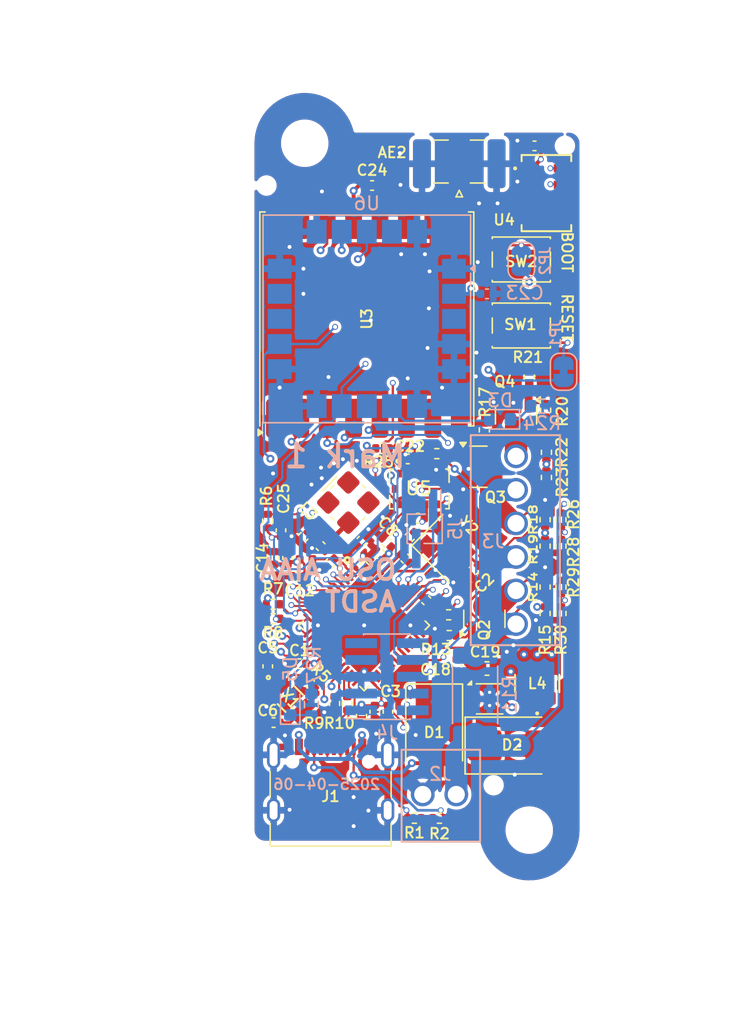
<source format=kicad_pcb>
(kicad_pcb (version 20241229) (generator "pcbnew") (generator_version "9.0")
  (layers (0 "F.Cu" signal) (4 "In1.Cu" signal) (6 "In2.Cu" signal) (2 "B.Cu" signal) (13 "F.Paste" user) (15 "B.Paste" user) (5 "F.SilkS" user "F.Silkscreen") (7 "B.SilkS" user "B.Silkscreen") (1 "F.Mask" user) (3 "B.Mask" user) (25 "Edge.Cuts" user))
  (net 0 "")
  (net 1 "Net-(AE1-A)")
  (net 2 "GND")
  (net 3 "+3V3")
  (net 4 "Net-(U1-XTAL_N)")
  (net 5 "Net-(U1-VDD3P3)")
  (net 6 "Net-(U1-XTAL_32K_P)")
  (net 7 "Net-(U1-XTAL_32K_N)")
  (net 8 "Net-(C10-Pad1)")
  (net 9 "/WiFi Antenna/LNA_IN")
  (net 10 "/BOOT")
  (net 11 "Net-(C17-Pad1)")
  (net 12 "+BATT")
  (net 13 "/USB_D+")
  (net 15 "Net-(J1-CC1)")
  (net 16 "/USB_D-")
  (net 18 "Net-(J1-CC2)")
  (net 19 "/Pyro Channel1/Pyro Pin")
  (net 20 "Net-(JP1-A)")
  (net 21 "/MTCK")
  (net 22 "/BATTERY_SENSE")
  (net 23 "Net-(JP2-A)")
  (net 24 "Net-(U2-SW)")
  (net 25 "Net-(Q2-G)")
  (net 26 "Net-(U1-XTAL_P)")
  (net 28 "/SDA")
  (net 32 "/SCL")
  (net 34 "/FSPICS0")
  (net 35 "/FSPID")
  (net 43 "/CURRENT_SENSE")
  (net 44 "/FSPIQ")
  (net 45 "/Interrupt")
  (net 46 "/~{RESET}")
  (net 47 "/MTDI")
  (net 50 "/MTDO")
  (net 51 "Net-(D1-A)")
  (net 53 "/RADIO_RST")
  (net 54 "/FSPICLK")
  (net 55 "/MTMS")
  (net 57 "/Sense 1")
  (net 59 "/Sense 2")
  (net 61 "/Sense 3")
  (net 62 "/Pyro GPIO 1")
  (net 63 "/Pyro GPIO 2")
  (net 65 "/Pyro GPIO 3")
  (net 67 "Net-(AE2-A)")
  (net 74 "/Pyro Channel2/Pyro Pin")
  (net 75 "/Pyro Channel3/Pyro Pin")
  (net 76 "Net-(Q3-G)")
  (net 77 "Net-(Q4-G)")
  (net 78 "Net-(U1-GPIO19)")
  (net 79 "Net-(U1-GPIO20)")
  (net 80 "/GPS_Reset")
  (net 81 "+VDC")
  (net 82 "Net-(J5-Pin_1)")
  (net 83 "Net-(J5-Pin_2)")
  (net 84 "Net-(J3-Pin_1)")
  (net 85 "Net-(D3-A)")
  (net 86 "Net-(D3-K)")
  (net 87 "Net-(D5-K)")
  (net 88 "/POWER_LED")
  (net 94 "/~{ACCELEROMETER_CS}")
  (net 95 "/~{GYRO_CS}")
  (footprint "NR3015T:IND_TAIYO_NR3015_TAY" (layer "F.Cu") (at 96.6 101.9 90)
    (property "Reference" "L4")
    (property "Value" "2.2uH")
  )
  (footprint "S3FH4R2:QFN40P700X700X90-57N" (layer "F.Cu") (at 83.5 97.5 -45)
    (property "Reference" "U1" (hide yes))
    (property "Value" "ESP32-S3FH4R2")
  )
  (footprint "Capacitor_SMD:C_0402_1005Metric" (layer "F.Cu") (at 84.3 104.04 -90)
    (property "Reference" "C7" (hide yes))
    (property "Value" "1uF")
  )
  (footprint "Inductor_SMD:L_0402_1005Metric" (layer "F.Cu") (at 80.2 90.1 135)
    (property "Reference" "L3")
    (property "Value" "2.0nH")
  )
  (footprint "Resistor_SMD:R_0402_1005Metric" (layer "F.Cu") (at 98.4 96.6 -90)
    (property "Reference" "R30")
    (property "Value" "10k")
  )
  (footprint "Connector_Coaxial:SMA_Samtec_SMA-J-P-H-ST-EM1_EdgeMount" (layer "F.Cu") (at 90.7 62.3 90)
    (property "Reference" "AE2")
    (property "Value" "Antenna_Shield")
  )
  (footprint "Resistor_SMD:R_0402_1005Metric" (layer "F.Cu") (at 97.3 84.4 -90)
    (property "Reference" "R22")
    (property "Value" "33k")
  )
  (footprint "Crystal:Crystal_SMD_3225-4Pin_3.2x2.5mm" (layer "F.Cu") (at 89.7 91.7 -45)
    (property "Reference" "Y2")
    (property "Value" "Crystal_GND23")
  )
  (footprint "Resistor_SMD:R_0402_1005Metric" (layer "F.Cu") (at 76.6 97)
    (property "Reference" "R8")
    (property "Value" "10k")
  )
  (footprint "Resistor_SMD:R_0402_1005Metric" (layer "F.Cu") (at 98.4 94.6 -90)
    (property "Reference" "R29")
    (property "Value" "33k")
  )
  (footprint "Capacitor_SMD:C_0402_1005Metric" (layer "F.Cu") (at 86.8 84.9 180)
    (property "Reference" "C22")
    (property "Value" "100nF")
  )
  (footprint "Capacitor_SMD:C_0402_1005Metric" (layer "F.Cu") (at 76.64 104.86 180)
    (property "Reference" "C6")
    (property "Value" "20p")
  )
  (footprint "Package_SON:WSON-8-1EP_2x2mm_P0.5mm_EP0.9x1.6mm_ThermalVias" (layer "F.Cu") (at 93 103.0667)
    (property "Reference" "U2" (hide yes))
    (property "Value" "TPS62162DSG")
  )
  (footprint "Capacitor_SMD:C_0402_1005Metric" (layer "F.Cu") (at 86.63 92.45 -45)
    (property "Reference" "R4" (hide yes))
    (property "Value" "24nH")
  )
  (footprint "Resistor_SMD:R_0402_1005Metric" (layer "F.Cu") (at 76.6 95.9)
    (property "Reference" "R7")
    (property "Value" "10k")
  )
  (footprint "Resistor_SMD:R_0402_1005Metric" (layer "F.Cu") (at 92.6 82.7 90)
    (property "Reference" "R17")
    (property "Value" "10k")
  )
  (footprint "MountingHole:ToolingHole_1.152mm" (layer "F.Cu") (at 76.1 64.2)
    (property "Reference" "REF**" (hide yes))
    (property "Value" "ToolingHole_1.152mm")
  )
  (footprint "Resistor_SMD:R_0402_1005Metric" (layer "F.Cu") (at 89.94 98.27 180)
    (property "Reference" "R13")
    (property "Value" "10k")
  )
  (footprint "Button_Switch_SMD:SW_SPST_PTS810" (layer "F.Cu") (at 95.4 69.8 180)
    (property "Reference" "SW2")
    (property "Value" "SW_Push")
  )
  (footprint "Capacitor_SMD:C_0402_1005Metric" (layer "F.Cu") (at 84.7 92.1 135)
    (property "Reference" "C4" (hide yes))
    (property "Value" "10nF")
  )
  (footprint "Resistor_SMD:R_0402_1005Metric" (layer "F.Cu") (at 97.3 86.3 -90)
    (property "Reference" "R23")
    (property "Value" "10k")
  )
  (footprint "Package_TO_SOT_SMD:SOT-23" (layer "F.Cu") (at 92.15 85.49)
    (property "Reference" "Q3")
    (property "Value" "IRLML0030")
  )
  (footprint "Resistor_SMD:R_0402_1005Metric" (layer "F.Cu") (at 98.4 89.5 -90)
    (property "Reference" "R26")
    (property "Value" "33k")
  )
  (footprint "Resistor_SMD:R_0402_1005Metric" (layer "F.Cu") (at 81.26 103.41 90)
    (property "Reference" "R9")
    (property "Value" "22")
  )
  (footprint "Capacitor_SMD:C_0402_1005Metric" (layer "F.Cu") (at 76.2 100.6 90)
    (property "Reference" "C5")
    (property "Value" "20p")
  )
  (footprint "Resistor_SMD:R_0402_1005Metric" (layer "F.Cu") (at 87.3 112.1)
    (property "Reference" "R1")
    (property "Value" "5.1k")
  )
  (footprint "Diode_SMD:D_SMB" (layer "F.Cu") (at 88.8 105.6 -90)
    (property "Reference" "D1")
    (property "Value" "VS-10BQ015HM3/5BT")
  )
  (footprint "Resistor_SMD:R_0402_1005Metric" (layer "F.Cu") (at 97.2 91.5 -90)
    (property "Reference" "R19")
    (property "Value" "10k")
  )
  (footprint "Capacitor_SMD:C_0402_1005Metric" (layer "F.Cu") (at 84.1 64.2)
    (property "Reference" "C24")
    (property "Value" "1uF")
  )
  (footprint "Resistor_SMD:R_0402_1005Metric" (layer "F.Cu") (at 82.22 103.41 -90)
    (property "Reference" "R10")
    (property "Value" "22")
  )
  (footprint "Capacitor_SMD:C_0402_1005Metric" (layer "F.Cu") (at 78.51 93.77 180)
    (property "Reference" "C12")
    (property "Value" "100nF")
  )
  (footprint "Resistor_SMD:R_0402_1005Metric" (layer "F.Cu") (at 84.89 84.1)
    (property "Reference" "R25")
    (property "Value" "100k")
  )
  (footprint "Package_TO_SOT_SMD:SOT-23" (layer "F.Cu") (at 95 81.6 -90)
    (property "Reference" "Q4")
    (property "Value" "IRLML0030")
  )
  (footprint "Resistor_SMD:R_0402_1005Metric" (layer "F.Cu") (at 96 78.7 90)
    (property "Reference" "R21")
    (property "Value" "10k")
  )
  (footprint "Capacitor_SMD:C_0402_1005Metric" (layer "F.Cu") (at 78.6 100.4 180)
    (property "Reference" "C1")
    (property "Value" "100nF")
  )
  (footprint "Connector_USB:USB_C_Receptacle_G-Switch_GT-USB-7010ASV" (layer "F.Cu") (at 80.96 110.425)
    (property "Reference" "J1")
    (property "Value" "USB_C_Receptacle_USB2.0_16P")
  )
  (footprint "MountingHole:ToolingHole_1.152mm" (layer "F.Cu") (at 98.7 61.2)
    (property "Reference" "REF**" (hide yes))
    (property "Value" "ToolingHole_1.152mm")
  )
  (footprint "Inductor_SMD:L_0402_1005Metric" (layer "F.Cu") (at 79.1 92.5 180)
    (property "Reference" "L1" (hide yes))
    (property "Value" "2.0nH")
  )
  (footprint "Capacitor_SMD:C_0402_1005Metric" (layer "F.Cu") (at 88.2 95.6 -45)
    (property "Reference" "C9" (hide yes))
    (property "Value" "100nF")
  )
  (footprint "Capacitor_SMD:C_0402_1005Metric" (layer "F.Cu") (at 78.9 90.8 -135)
    (property "Reference" "C17" (hide yes))
    (property "Value" "100nF")
  )
  (footprint "Resistor_SMD:R_0402_1005Metric" (layer "F.Cu") (at 89.2 112.1 180)
    (property "Reference" "R2")
    (property "Value" "5.1k")
  )
  (footprint "Capacitor_SMD:C_0402_1005Metric" (layer "F.Cu") (at 77.2 90.3 90)
    (property "Reference" "C25")
    (property "Value" "1uF")
  )
  (footprint "Capacitor_SMD:C_0402_1005Metric" (layer "F.Cu") (at 86.95 90.81 45)
    (property "Reference" "C10" (hide yes))
    (property "Value" "15p")
  )
  (footprint "Resistor_SMD:R_0402_1005Metric" (layer "F.Cu") (at 97.2 96.6 -90)
    (property "Reference" "R15")
    (property "Value" "10k")
  )
  (footprint "Button_Switch_SMD:SW_SPST_PTS810" (layer "F.Cu") (at 95.4 74.8)
    (property "Reference" "SW1")
    (property "Value" "SW_Push")
  )
  (footprint "Capacitor_SMD:C_0402_1005Metric" (layer "F.Cu") (at 80.2 91.5 135)
    (property "Reference" "C16" (hide yes))
    (property "Value" "100nF")
  )
  (footprint "Capacitor_SMD:C_0402_1005Metric" (layer "F.Cu") (at 79.4 101.9 -45)
    (property "Reference" "R5")
    (property "Value" "TBD")
  )
  (footprint "MountingHole:ToolingHole_1.152mm" (layer "F.Cu") (at 93.3 109.6)
    (property "Reference" "REF**" (hide yes))
    (property "Value" "ToolingHole_1.152mm")
  )
  (footprint "asdt-4:PQFN50P450X300X100-16N" (layer "F.Cu") (at 87.68 87.17)
    (property "Reference" "U5")
    (property "Value" "BMI088")
  )
  (footprint "Resistor_SMD:R_0402_1005Metric" (layer "F.Cu") (at 97.24 81.21 90)
    (property "Reference" "R20")
    (property "Value" "470")
  )
  (footprint "MS56:SON8_MS5611_TEC" (layer "F.Cu") (at 97.3 64.775)
    (property "Reference" "U4")
    (property "Value" "MS560702BA03-50")
  )
  (footprint "Resistor_SMD:R_0402_1005Metric" (layer "F.Cu") (at 89 84.5)
    (property "Reference" "R16" (hide yes))
    (property "Value" "470")
  )
  (footprint "Package_TO_SOT_SMD:SOT-23" (layer "F.Cu") (at 92.6 97 90)
    (property "Reference" "Q2")
    (property "Value" "IRLML0030")
  )
  (footprint "Capacitor_SMD:C_0402_1005Metric" (layer "F.Cu") (at 96.4 61.2 180)
    (property "Reference" "C20" (hide yes))
    (property "Value" "100nF")
  )
  (footprint "Capacitor_SMD:C_0402_1005Metric" (layer "F.Cu") (at 90.5 100.55 90)
    (property "Reference" "C18")
    (property "Value" "10uF")
  )
  (footprint "Resistor_SMD:R_0402_1005Metric" (layer "F.Cu") (at 98.4 91.5 -90)
    (property "Reference" "R28")
    (property "Value" "10k")
  )
  (footprint "Capacitor_SMD:C_0402_1005Metric" (layer "F.Cu") (at 85.2 91.22 135)
    (property "Reference" "C8")
    (property "Value" "1uF")
  )
  (footprint "Capacitor_SMD:C_0402_1005Metric" (layer "F.Cu") (at 76.69 92.4 90)
    (property "Reference" "C14")
    (property "Value" "10uF")
  )
  (footprint "Capacitor_SMD:C_0603_1608Metric" (layer "F.Cu") (at 92.8 100.7667 180)
    (property "Reference" "C19")
    (property "Value" "22uF")
  )
  (footprint "MountingHole:MountingHole_3.2mm_M3" (layer "F.Cu") (at 79 61)
    (property "Reference" "REF**" (hide yes))
    (property "Value" "MountingHole_3.2mm_M3")
  )
  (footprint "Diode_SMD:D_SMB" (layer "F.Cu") (at 94.8 106.6)
    (property "Reference" "D2")
    (property "Value" "VS-10BQ015HM3/5BT")
  )
  (footprint "Capacitor_SMD:C_0402_1005Metric" (layer "F.Cu") (at 85.3 104.04 -90)
    (property "Reference" "C3")
    (property "Value" "100nF")
  )
  (footprint "Capacitor_SMD:C_0402_1005Metric" (layer "F.Cu") (at 91.8 93.3 45)
    (property "Reference" "C2")
    (property "Value" "15p")
  )
  (footprint "Capacitor_SMD:C_0402_1005Metric" (layer "F.Cu") (at 77.7 92.4 90)
    (property "Reference" "C13" (hide yes))
    (property "Value" "1uF")
  )
  (footprint "FC-135:XTAL_FC-135_EPS" (layer "F.Cu") (at 77.9 103.1 -45)
    (property "Reference" "X1")
    (property "Value" "FC-135 32.7680KA-A5")
  )
  (footprint "Resistor_SMD:R_0402_1005Metric" (layer "F.Cu") (at 76.2 89.6 -90)
    (property "Reference" "R6")
    (property "Value" "10k")
  )
  (footprint "RF_Module:HOPERF_RFM9XW_SMD" (layer "F.Cu") (at 83.7 74.3 90)
    (property "Reference" "U3")
    (property "Value" "RFM95W-868S2")
  )
  (footprint "Resistor_SMD:R_0402_1005Metric" (layer "F.Cu") (at 97.2 94.6 -90)
    (property "Reference" "R14")
    (property "Value" "33k")
  )
  (footprint "Capacitor_SMD:C_0402_1005Metric" (layer "F.Cu") (at 83.3 91.1 45)
    (property "Reference" "C15" (hide yes))
    (property "Value" "100nF")
  )
  (footprint "RF_Antenna:Molex_47948-0001_2.4Ghz" (layer "F.Cu") (at 82.3 88.2 135)
    (property "Reference" "AE1" (hide yes))
    (property "Value" "Antenna_Shield")
  )
  (footprint "Capacitor_SMD:C_0402_1005Metric" (layer "F.Cu") (at 80.9 92.8 -135)
    (property "Reference" "C11" (hide yes))
    (property "Value" "100nF")
  )
  (footprint "Resistor_SMD:R_0402_1005Metric" (layer "F.Cu") (at 89.9 96.7)
    (property "Reference" "R12" (hide yes))
    (property "Value" "470")
  )
  (footprint "Resistor_SMD:R_0402_1005Metric" (layer "F.Cu") (at 97.2 89.5 -90)
    (property "Reference" "R18")
    (property "Value" "33k")
  )
  (footprint "Capacitor_SMD:C_0402_1005Metric" (layer "F.Cu") (at 87.57 89.39 180)
    (property "Reference" "C21" (hide yes))
    (property "Value" "100nF")
  )
  (footprint "Resistor_SMD:R_0402_1005Metric" (layer "F.Cu") (at 83.3 104.4 90)
    (property "Reference" "R3" (hide yes))
    (property "Value" "100k")
  )
  (footprint "MountingHole:MountingHole_3.2mm_M3" (layer "F.Cu") (at 96 113)
    (property "Reference" "REF**" (hide yes))
    (property "Value" "MountingHole_3.2mm_M3")
  )
  (footprint "Inductor_SMD:L_0402_1005Metric" (layer "F.Cu") (at 81.9 91.8 135)
    (property "Reference" "L2" (hide yes))
    (property "Value" "2.0nH")
  )
  (footprint "OSTVN06A150:CONN_OSTVN06A150_OST" (layer "B.Cu") (at 95 97.4 90)
    (property "Reference" "J3")
    (property "Value" "Screw_Terminal_01x06")
  )
  (footprint "Capacitor_SMD:C_0402_1005Metric" (layer "B.Cu") (at 92.8 72.4 180)
    (property "Reference" "C23")
    (property "Value" "100nF")
  )
  (footprint "OSTVN02A150:CONN_OSTVN02A150_OST" (layer "B.Cu") (at 87.934824 110.3)
    (property "Reference" "J2")
    (property "Value" "Screw_Terminal_01x02")
  )
  (footprint "Connector_PinHeader_1.27mm:PinHeader_2x05_P1.27mm_Vertical_SMD" (layer "B.Cu") (at 85.22 101.39)
    (property "Reference" "J4")
    (property "Value" "Conn_ARM_JTAG_SWD_10")
  )
  (footprint "Resistor_SMD:R_0603_1608Metric" (layer "B.Cu") (at 79.5 103.5 90)
    (property "Reference" "R27")
    (property "Value" "R_Small")
  )
  (footprint "Jumper:SolderJumper-2_P1.3mm_Bridged_RoundedPad1.0x1.5mm" (layer "B.Cu") (at 98.6 78.3 -90)
    (property "Reference" "JP1")
    (property "Value" "SolderJumper_2_Bridged")
  )
  (footprint "RF_GPS:ublox_SAM-M8Q" (layer "B.Cu") (at 83.7 74.3 180)
    (property "Reference" "U6")
    (property "Value" "SAM-M10Q")
  )
  (footprint "Resistor_SMD:R_0603_1608Metric" (layer "B.Cu") (at 96.975 80.9)
    (property "Reference" "R24")
    (property "Value" "R_Small")
  )
  (footprint "LED_SMD:LED_0603_1608Metric" (layer "B.Cu") (at 77.9 103.5 90)
    (property "Reference" "D5")
    (property "Value" "LED")
  )
  (footprint "LED_SMD:LED_0603_1608Metric" (layer "B.Cu") (at 93.7875 81.9 180)
    (property "Reference" "D3")
    (property "Value" "LED")
  )
  (footprint "Resistor_SMD:R_2512_6332Metric" (layer "B.Cu") (at 91.9 102.7625 90)
    (property "Reference" "R11")
    (property "Value" "1")
  )
  (footprint "Jumper:SolderJumper-2_P1.3mm_Bridged_RoundedPad1.0x1.5mm" (layer "B.Cu") (at 95.4 69.9 -90)
    (property "Reference" "JP2")
    (property "Value" "SolderJumper_2_Bridged")
  )
  (footprint "Connector_PinHeader_1.27mm:PinHeader_1x02_P1.27mm_Vertical_SMD_Pin1Right" (layer "B.Cu") (at 88.08 90.19 90)
    (property "Reference" "J5")
    (property "Value" "Conn_01x02")
  )
  (gr_arc (start 81.385581 91.313598) (mid 81.3 90.9) (end 81.504371 90.530378) (stroke (width 0.3493)) (layer "F.Cu") (net 1))
  (gr_line (start 82.88057 60) (end 99.000139 60) (stroke (width 0.001)) (layer "Edge.Cuts"))
  (gr_line (start 100.000139 60.999861) (end 100.007346 113) (stroke (width 0.001)) (layer "Edge.Cuts"))
  (gr_line (start 92.119569 113.999999) (end 76 114) (stroke (width 0.001)) (layer "Edge.Cuts"))
  (gr_arc (start 100.007346 113) (mid 96.504019 116.975523) (end 92.119439 114.000033) (stroke (width 0.001)) (layer "Edge.Cuts"))
  (gr_arc (start 99.000139 60) (mid 99.707197 60.292844) (end 100.000139 60.999861) (stroke (width 0.001)) (layer "Edge.Cuts"))
  (gr_line (start 75 113) (end 74.992793 60.999861) (stroke (width 0.001)) (layer "Edge.Cuts"))
  (gr_arc (start 75.9999 114) (mid 75.292793 113.707107) (end 74.9999 113) (stroke (width 0.001)) (layer "Edge.Cuts"))
  (gr_arc (start 74.992654 61) (mid 78.495998 57.024474) (end 82.88057 60) (stroke (width 0.001)) (layer "Edge.Cuts"))
  (gr_text "BOOT" (at 98.4 67.6 270) (layer "F.SilkS") (effects (font (size 0.8 0.8)) (justify left bottom)))
  (gr_text "RESET" (at 98.4 72.3 270) (layer "F.SilkS") (effects (font (size 0.8 0.8)) (justify left bottom)))
  (gr_text "OSU AIAA\nASDT" (at 86.1 96.6 0) (layer "B.SilkS") (effects (font (size 1.5 1.5) (thickness 0.3) (bold yes)) (justify left bottom mirror)))
  (gr_text "2025-04-06" (at 84.8 110 0) (layer "B.SilkS") (effects (font (size 0.8 0.8)) (justify left bottom mirror)))
  (gr_text "Mark 1" (at 86.8 85.7 0) (layer "B.SilkS") (effects (font (size 1.75 1.75) (thickness 0.3) (bold yes)) (justify left bottom mirror)))
  (segment (start 82.3 89.74) (end 82.3 89.72028) (width 0.1565) (layer "F.Cu") (net 1))
  (segment (start 81.504371 90.515909) (end 82.3 89.72028) (width 0.3493) (layer "F.Cu") (net 1))
  (segment (start 81.504371 90.530378) (end 81.504371 90.525629) (width 0.1565) (layer "F.Cu") (net 1))
  (segment (start 82.3 89.73) (end 82.3 89.72028) (width 0.1565) (layer "F.Cu") (net 1))
  (segment (start 80.539411 91.839411) (end 80.921769 91.457053) (width 0.3493) (layer "F.Cu") (net 1))
  (segment (start 81.509622 90.530378) (end 81.504371 90.530378) (width 0.1565) (layer "F.Cu") (net 1))
  (segment (start 80.542947 90.442947) (end 81.557053 91.457053) (width 0.3493) (layer "F.Cu") (net 1))
  (segment (start 81.504371 90.530378) (end 81.504371 90.515909) (width 0.3493) (layer "F.Cu") (net 1))
  (segment (start 80.921769 91.457053) (end 81.557053 91.457053) (width 0.3493) (layer "F.Cu") (net 1))
  (segment (start 88.6465 85.5015) (end 88.68 85.535) (width 0.175) (layer "F.Cu") (net 2))
  (segment (start 87.309411 90.450589) (end 87.309411 90.440589) (width 0.2) (layer "F.Cu") (net 2))
  (segment (start 87.289411 90.470589) (end 87.309411 90.450589) (width 0.2) (layer "F.Cu") (net 2))
  (segment (start 89.779792 95.720208) (end 90.5 95) (width 0.175) (layer "F.Cu") (net 2))
  (segment (start 86.68 85.26) (end 86.32 84.9) (width 0.175) (layer "F.Cu") (net 2))
  (segment (start 87.7965 85.5015) (end 88.6465 85.5015) (width 0.175) (layer "F.Cu") (net 2))
  (segment (start 88.758614 95.720208) (end 89.779792 95.720208) (width 0.175) (layer "F.Cu") (net 2))
  (segment (start 89.483776 90.360589) (end 89.523223 90.321142) (width 0.2) (layer "F.Cu") (net 2))
  (segment (start 88.68 85.535) (end 88.68 86.005) (width 0.175) (layer "F.Cu") (net 2))
  (segment (start 87.389411 90.360589) (end 89.483776 90.360589) (width 0.2) (layer "F.Cu") (net 2))
  (segment (start 89.876777 93.078858) (end 90.900036 93.078858) (width 0.2) (layer "F.Cu") (net 2))
  (segment (start 87.309411 90.440589) (end 87.389411 90.360589) (width 0.2) (layer "F.Cu") (net 2))
  (segment (start 86.68 86.005) (end 86.68 85.26) (width 0.175) (layer "F.Cu") (net 2))
  (segment (start 90.900036 93.078858) (end 91.460589 93.639411) (width 0.2) (layer "F.Cu") (net 2))
  (segment (start 87.68 86.005) (end 87.68 85.618) (width 0.175) (layer "F.Cu") (net 2))
  (segment (start 88.68 86.005) (end 89.18 86.005) (width 0.175) (layer "F.Cu") (net 2))
  (segment (start 88.539411 95.939411) (end 88.758614 95.720208) (width 0.175) (layer "F.Cu") (net 2))
  (segment (start 87.68 85.618) (end 87.7965 85.5015) (width 0.175) (layer "F.Cu") (net 2))
  (via (at 86.3 69.4) (size 0.6) (drill 0.3) (layers "F.Cu" "B.Cu") (net 2))
  (via (at 92 76.85) (size 0.6) (drill 0.3) (layers "F.Cu" "B.Cu") (net 2))
  (via (at 82.94 85.04) (size 0.45) (drill 0.3) (layers "F.Cu" "B.Cu") (net 2))
  (via (at 91 87.2) (size 0.6) (drill 0.3) (layers "F.Cu" "B.Cu") (net 2))
  (via (at 80.8 78.7) (size 0.6) (drill 0.3) (layers "F.Cu" "B.Cu") (net 2))
  (via (at 80.29 86.36) (size 0.45) (drill 0.3) (layers "F.Cu" "B.Cu") (net 2))
  (via (at 81.89 84.92) (size 0.45) (drill 0.3) (layers "F.Cu" "B.Cu") (net 2))
  (via (at 76.6 86) (size 0.45) (drill 0.3) (layers "F.Cu" "B.Cu") (net 2))
  (via (at 80.480264 104.074525) (size 0.6) (drill 0.3) (layers "F.Cu" "B.Cu") (net 2))
  (via (at 95.1 63.9) (size 0.6) (drill 0.3) (layers "F.Cu" "B.Cu") (net 2))
  (via (at 86.8 78.8) (size 0.6) (drill 0.3) (layers "F.Cu" "B.Cu") (net 2))
  (via (at 84.41 105.7) (size 0.6) (drill 0.3) (layers "F.Cu" "B.Cu") (net 2))
  (via (at 91 89.8) (size 0.6) (drill 0.3) (layers "F.Cu" "B.Cu") (net 2))
  (via (at 96.6 91.9) (size 0.6) (drill 0.3) (layers "F.Cu" "B.Cu") (net 2))
  (via (at 87.4 105.8) (size 0.6) (drill 0.3) (layers "F.Cu" "B.Cu") (net 2))
  (via (at 79.55 91.65) (size 0.45) (drill 0.3) (layers "F.Cu" "B.Cu") (net 2))
  (via (at 77.5 105.83) (size 0.6) (drill 0.3) (layers "F.Cu" "B.Cu") (net 2))
  (via (at 78.9 72.4) (size 0.6) (drill 0.3) (layers "F.Cu" "B.Cu") (net 2))
  (via (at 88.95 85.72) (size 0.45) (drill 0.3) (layers "F.Cu" "B.Cu") (net 2))
  (via (at 97.2 93.1) (size 0.6) (drill 0.3) (layers "F.Cu" "B.Cu") (net 2))
  (via (at 89.4 79.5) (size 0.6) (drill 0.3) (layers "F.Cu" "B.Cu") (net 2))
  (via (at 92.1 70) (size 0.6) (drill 0.3) (layers "F.Cu" "B.Cu") (net 2))
  (via (at 88.9 93.3) (size 0.6) (drill 0.3) (layers "F.Cu" "B.Cu") (net 2))
  (via (at 80.11 93.3) (size 0.45) (drill 0.3) (layers "F.Cu" "B.Cu") (net 2))
  (via (at 86.2 61.75) (size 0.6) (drill 0.3) (layers "F.Cu" "B.Cu") (net 2))
  (via (at 77.1 79.5) (size 0.6) (drill 0.3) (layers "F.Cu" "B.Cu") (net 2))
  (via (at 77.85 111.46) (size 0.6) (drill 0.3) (layers "F.Cu" "B.Cu") (net 2))
  (via (at 82.7 112.7) (size 0.6) (drill 0.3) (layers "F.Cu" "B.Cu") (net 2))
  (via (at 78 90.75) (size 0.45) (drill 0.3) (layers "F.Cu" "B.Cu") (net 2))
  (via (at 83.5 101) (size 0.6) (drill 0.3) (layers "F.Cu" "B.Cu") (net 2))
  (via (at 84 74.4) (size 0.6) (drill 0.3) (layers "F.Cu" "B.Cu") (net 2))
  (via (at 80 97.5) (size 0.6) (drill 0.3) (layers "F.Cu" "B.Cu") (net 2))
  (via (at 95.1 60.8) (size 0.6) (drill 0.3) (layers "F.Cu" "B.Cu") (net 2))
  (via (at 92.2 65.55) (size 0.6) (drill 0.3) (layers "F.Cu" "B.Cu") (net 2))
  (via (at 96.5 97.1) (size 0.6) (drill 0.3) (layers "F.Cu" "B.Cu") (net 2))
  (via (at 79.51 86.84) (size 0.45) (drill 0.3) (layers "F.Cu" "B.Cu") (net 2))
  (via (at 91.4 85.65) (size 0.6) (drill 0.3) (layers "F.Cu" "B.Cu") (net 2))
  (via (at 80.23 85.56) (size 0.45) (drill 0.3) (layers "F.Cu" "B.Cu") (net 2))
  (via (at 83.5 97.5) (size 0.6) (drill 0.3) (layers "F.Cu" "B.Cu") (net 2))
  (via (at 85.4 102.4) (size 0.6) (drill 0.3) (layers "F.Cu" "B.Cu") (net 2))
  (via (at 91.95 78.65) (size 0.6) (drill 0.3) (layers "F.Cu" "B.Cu") (net 2))
  (via (at 93.6 65.55) (size 0.6) (drill 0.3) (layers "F.Cu" "B.Cu") (net 2))
  (via (at 77.85 68.85) (size 0.6) (drill 0.3) (layers "F.Cu" "B.Cu") (net 2))
  (via (at 93.3 80.6) (size 0.6) (drill 0.3) (layers "F.Cu" "B.Cu") (net 2))
  (via (at 80.3 64.65) (size 0.6) (drill 0.3) (layers "F.Cu" "B.Cu") (net 2))
  (via (at 88.45 70.7) (size 0.6) (drill 0.3) (layers "F.Cu" "B.Cu") (net 2))
  (via (at 88.1 69.4) (size 0.6) (drill 0.3) (layers "F.Cu" "B.Cu") (net 2))
  (via (at 88.85 97.75) (size 0.6) (drill 0.3) (layers "F.Cu" "B.Cu") (net 2))
  (via (at 94.3 99.5) (size 0.6) (drill 0.3) (layers "F.Cu" "B.Cu") (net 2))
  (via (at 84.9 89.3) (size 0.6) (drill 0.3) (layers "F.Cu" "B.Cu") (net 2))
  (via (at 83.82 90.22) (size 0.45) (drill 0.3) (layers "F.Cu" "B.Cu") (net 2))
  (via (at 83.5 94) (size 0.6) (drill 0.3) (layers "F.Cu" "B.Cu") (net 2))
  (via (at 77.5 100.4) (size 0.6) (drill 0.3) (layers "F.Cu" "B.Cu") (net 2))
  (via (at 88.4 73.5) (size 0.6) (drill 0.3) (layers "F.Cu" "B.Cu") (net 2))
  (via (at 81.21 85.23) (size 0.45) (drill 0.3) (layers "F.Cu" "B.Cu") (net 2))
  (via (at 88.3 76.5) (size 0.6) (drill 0.3) (layers "F.Cu" "B.Cu") (net 2))
  (via (at 94.8 80.65) (size 0.6) (drill 0.3) (layers "F.Cu" "B.Cu") (net 2))
  (via (at 97.2 88) (size 0.6) (drill 0.3) (layers "F.Cu" "B.Cu") (net 2))
  (via (at 86.7 89.9) (size 0.6) (drill 0.3) (layers "F.Cu" "B.Cu") (net 2))
  (via (at 94.9 108.8) (size 0.6) (drill 0.3) (layers "F.Cu" "B.Cu") (net 2))
  (via (at 86.25 64.15) (size 0.6) (drill 0.3) (layers "F.Cu" "B.Cu") (net 2))
  (via (at 87 97.5) (size 0.6) (drill 0.3) (layers "F.Cu" "B.Cu") (net 2))
  (via (at 90 89.2) (size 0.6) (drill 0.3) (layers "F.Cu" "B.Cu") (net 2))
  (via (at 78.9 70.5) (size 0.6) (drill 0.3) (layers "F.Cu" "B.Cu") (net 2))
  (via (at 76.1 103.65) (size 0.6) (drill 0.3) (layers "F.Cu" "B.Cu") (net 2))
  (via (at 82.7 110.5) (size 0.6) (drill 0.3) (layers "F.Cu" "B.Cu") (net 2))
  (via (at 90.25 94.25) (size 0.6) (drill 0.3) (layers "F.Cu" "B.Cu") (net 2))
  (via (at 86.63 84.56) (size 0.45) (drill 0.3) (layers "F.Cu" "B.Cu") (net 2))
  (via (at 83.82 111.52) (size 0.6) (drill 0.3) (layers "F.Cu" "B.Cu") (net 2))
  (via (at 94.8 99) (size 0.6) (drill 0.3) (layers "F.Cu" "B.Cu") (net 2))
  (segment (start 78.4 92.7) (end 78.4 92.9) (width 0.175) (layer "F.Cu") (net 3))
  (segment (start 76.09 95.557678) (end 76.09 95.9) (width 0.3) (layer "F.Cu") (net 3))
  (segment (start 87.18 86.005) (end 87.177423 86.002423) (width 0.3) (layer "F.Cu") (net 3))
  (segment (start 83.9 84.1) (end 83.7 83.9) (width 0.175) (layer "F.Cu") (net 3))
  (segment (start 86.918861 96.061038) (end 87.71931 95.260589) (width 0.175) (layer "F.Cu") (net 3))
  (segment (start 87.177423 85.002577) (end 87.28 84.9) (width 0.3) (layer "F.Cu") (net 3))
  (segment (start 79.758956 100.392516) (end 80.646824 99.504648) (width 0.175) (layer "F.Cu") (net 3))
  (segment (start 78.99 93.77) (end 78.98 93.76) (width 0.175) (layer "F.Cu") (net 3))
  (segment (start 88.7 94.8) (end 88.321178 94.8) (width 0.175) (layer "F.Cu") (net 3))
  (segment (start 78.98 93.76) (end 78.98 92.935) (width 0.175) (layer "F.Cu") (net 3))
  (segment (start 85.6 91.83) (end 85.6 91.62) (width 0.175) (layer "F.Cu") (net 3))
  (segment (start 79.725528 100.267488) (end 79.717155 100.259115) (width 0.175) (layer "F.Cu") (net 3))
  (segment (start 84.373277 93.515453) (end 84.090434 93.232611) (width 0.175) (layer "F.Cu") (net 3))
  (segment (start 85.36 92.118822) (end 85.039411 92.439411) (width 0.175) (layer "F.Cu") (net 3))
  (segment (start 96.2 62.9) (end 96.2 64.15) (width 0.3) (layer "F.Cu") (net 3))
  (segment (start 79.725528 100.392516) (end 79.758956 100.392516) (width 0.175) (layer "F.Cu") (net 3))
  (segment (start 78.65 88.8) (end 78.36 89.09) (width 0.15) (layer "F.Cu") (net 3))
  (segment (start 85.3 103.56) (end 84.8 103.56) (width 0.175) (layer "F.Cu") (net 3))
  (segment (start 84.8 102.5) (end 84.8 103.24) (width 0.175) (layer "F.Cu") (net 3))
  (segment (start 77.88 92.7) (end 77.7 92.88) (width 0.3) (layer "F.Cu") (net 3))
  (segment (start 79.64487 100.259115) (end 79.603985 100.3) (width 0.175) (layer "F.Cu") (net 3))
  (segment (start 88.321178 94.8) (end 87.860589 95.260589) (width 0.175) (layer "F.Cu") (net 3))
  (segment (start 94.697652 103.699658) (end 94.314694 103.3167) (width 0.15) (layer "F.Cu") (net 3))
  (segment (start 78.98 92.935) (end 78.945 92.9) (width 0.175) (layer "F.Cu") (net 3))
  (segment (start 83.1 64.2) (end 83.62 64.2) (width 0.3) (layer "F.Cu") (net 3))
  (segment (start 78.945 92.83) (end 78.615 92.5) (width 0.175) (layer "F.Cu") (net 3))
  (segment (start 87.71931 95.260589) (end 87.860589 95.260589) (width 0.175) (layer "F.Cu") (net 3))
  (segment (start 85.36 92.07) (end 85.6 91.83) (width 0.175) (layer "F.Cu") (net 3))
  (segment (start 88.05 89.21) (end 88.18 89.08) (width 0.3) (layer "F.Cu") (net 3))
  (segment (start 87.28 84.9) (end 87.28 84) (width 0.3) (layer "F.Cu") (net 3))
  (segment (start 79.28 100.4) (end 79.08 100.4) (width 0.175) (layer "F.Cu") (net 3))
  (segment (start 79.603985 100.3) (end 79.38 100.3) (width 0.175) (layer "F.Cu") (net 3))
  (segment (start 88.18 89.08) (end 88.18 88.335) (width 0.3) (layer "F.Cu") (net 3))
  (segment (start 96.2 64.15) (end 97.0171 64.9671) (width 0.3) (layer "F.Cu") (net 3))
  (segment (start 85.36 92.07) (end 85.36 92.118822) (width 0.175) (layer "F.Cu") (net 3))
  (segment (start 94.314694 103.3167) (end 93.95 103.3167) (width 0.15) (layer "F.Cu") (net 3))
  (segment (start 88.05 89.39) (end 88.05 89.21) (width 0.3) (layer "F.Cu") (net 3))
  (segment (start 76.208413 95.439265) (end 76.09 95.557678) (width 0.3) (layer "F.Cu") (net 3))
  (segment (start 76.09 97) (end 76.09 95.9) (width 0.3) (layer "F.Cu") (net 3))
  (segment (start 84.090434 101.767389) (end 84.090434 101.790434) (width 0.175) (layer "F.Cu") (net 3))
  (segment (start 87.95 89.6) (end 87.89 89.66) (width 0.3) (layer "F.Cu") (net 3))
  (segment (start 88.05 89.39) (end 87.95 89.49) (width 0.3) (layer "F.Cu") (net 3))
  (segment (start 82.7 66.775) (end 82.7 64.6) (width 0.3) (layer "F.Cu") (net 3))
  (segment (start 84.3 103.56) (end 83.36 103.56) (width 0.175) (layer "F.Cu") (net 3))
  (segment (start 78.4 92.7) (end 77.88 92.7) (width 0.3) (layer "F.Cu") (net 3))
  (segment (start 85.039411 92.439411) (end 84.883634 92.439411) (width 0.175) (layer "F.Cu") (net 3))
  (segment (start 97.0171 64.9671) (end 97.0171 65.8329) (width 0.3) (layer "F.Cu") (net 3))
  (segment (start 84.8 103.56) (end 84.8 103.4) (width 0.175) (layer "F.Cu") (net 3))
  (segment (start 78.36 89.09) (end 76.2 89.09) (width 0.15) (layer "F.Cu") (net 3))
  (segment (start 84.883634 92.439411) (end 84.090434 93.232611) (width 0.175) (layer "F.Cu") (net 3))
  (segment (start 97.0171 65.8329) (end 96.2 66.65) (width 0.3) (layer "F.Cu") (net 3))
  (segment (start 83.3 103.89) (end 83.3 103.5) (width 0.175) (layer "F.Cu") (net 3))
  (segment (start 78.945 92.9) (end 78.945 92.83) (width 0.175) (layer "F.Cu") (net 3))
  (segment (start 83.36 103.56) (end 83.3 103.5) (width 0.175) (layer "F.Cu") (net 3))
  (segment (start 79.725528 100.392516) (end 79.725528 100.267488) (width 0.175) (layer "F.Cu") (net 3))
  (segment (start 87.95 89.49) (end 87.95 89.6) (width 0.3) (layer "F.Cu") (net 3))
  (segment (start 87.177423 86.002423) (end 87.177423 85.002577) (width 0.3) (layer "F.Cu") (net 3))
  (segment (start 96.88 62.22) (end 96.2 62.9) (width 0.3) (layer "F.Cu") (net 3))
  (segment (start 84.8 103.4) (end 84.8 103.24) (width 0.175) (layer "F.Cu") (net 3))
  (segment (start 87.28 84) (end 87.35 83.93) (width 0.3) (layer "F.Cu") (net 3))
  (segment (start 79.38 100.3) (end 79.28 100.4) (width 0.175) (layer "F.Cu") (net 3))
  (segment (start 79.717155 100.259115) (end 79.64487 100.259115) (width 0.175) (layer "F.Cu") (net 3))
  (segment (start 96.88 61.2) (end 96.88 62.22) (width 0.3) (layer "F.Cu") (net 3))
  (segment (start 78.4 92.9) (end 78.615 92.685) (width 0.175) (layer "F.Cu") (net 3))
  (segment (start 78.615 92.685) (end 78.615 92.5) (width 0.175) (layer "F.Cu") (net 3))
  (segment (start 77.7 92.88) (end 76.69 92.88) (width 0.3) (layer "F.Cu") (net 3))
  (segment (start 85.6 91.62) (end 85.539411 91.559411) (width 0.175) (layer "F.Cu") (net 3))
  (segment (start 84.8 103.56) (end 84.3 103.56) (width 0.175) (layer "F.Cu") (net 3))
  (segment (start 82.7 64.6) (end 83.1 64.2) (width 0.3) (layer "F.Cu") (net 3))
  (segment (start 84.38 84.1) (end 83.9 84.1) (width 0.175) (layer "F.Cu") (net 3))
  (segment (start 84.090434 101.790434) (end 84.8 102.5) (width 0.175) (layer "F.Cu") (net 3))
  (via (at 78.65 88.8) (size 0.45) (drill 0.3) (layers "F.Cu" "B.Cu") (net 3))
  (via (at 95.6 99.7) (size 0.6) (drill 0.3) (layers "F.Cu" "B.Cu") (net 3))
  (via (at 88.7 94.8) (size 0.45) (drill 0.3) (layers "F.Cu" "B.Cu") (net 3))
  (via (at 85.36 92.07) (size 0.6) (drill 0.3) (layers "F.Cu" "B.Cu") (net 3))
  (via (at 76.208413 95.439265) (size 0.6) (drill 0.3) (layers "F.Cu" "B.Cu") (net 3))
  (via (at 94.697652 103.699658) (size 0.6) (drill 0.3) (layers "F.Cu" "B.Cu") (net 3))
  (via (at 79.725528 100.392516) (size 0.6) (drill 0.3) (layers "F.Cu" "B.Cu") (net 3))
  (via (at 94.6 101) (size 0.6) (drill 0.3) (layers "F.Cu" "B.Cu") (net 3))
  (via (at 96.6 99.7) (size 0.6) (drill 0.3) (layers "F.Cu" "B.Cu") (net 3))
  (via (at 83.3 103.5) (size 0.6) (drill 0.3) (layers "F.Cu" "B.Cu") (net 3))
  (via (at 87.35 83.93) (size 0.45) (drill 0.3) (layers "F.Cu" "B.Cu") (net 3))
  (via (at 82.7 64.6) (size 0.6) (drill 0.3) (layers "F.Cu" "B.Cu") (net 3))
  (via (at 91.6 72) (size 0.6) (drill 0.3) (layers "F.Cu" "B.Cu") (net 3))
  (via (at 78.4 92.7) (size 0.6) (drill 0.3) (layers "F.Cu" "B.Cu") (net 3))
  (via (at 83.7 83.9) (size 0.6) (drill 0.3) (layers "F.Cu" "B.Cu") (net 3))
  (via (at 87.89 89.66) (size 0.45) (drill 0.3) (layers "F.Cu" "B.Cu") (net 3))
  (via (at 97.7 99.7) (size 0.6) (drill 0.3) (layers "F.Cu" "B.Cu") (net 3))
  (via (at 84.8 103.4) (size 0.45) (drill 0.3) (layers "F.Cu" "B.Cu") (net 3))
  (via (at 96.88 62.22) (size 0.45) (drill 0.3) (layers "F.Cu" "B.Cu") (net 3))
  (via (at 81.8 69.1) (size 0.6) (drill 0.3) (layers "F.Cu" "B.Cu") (net 3))
  (segment (start 83.7 83.9) (end 83.8885 84.0885) (width 0.175) (layer "B.Cu") (net 3))
  (segment (start 78.706 90.496) (end 78.5256 90.3156) (width 0.3) (layer "B.Cu") (net 3))
  (segment (start 91.5 72.1) (end 91.6 72) (width 0.3) (layer "B.Cu") (net 3))
  (segment (start 78.5256 89.075) (end 78.5256 88.9244) (width 0.15) (layer "B.Cu") (net 3))
  (segment (start 91.6 72.4) (end 92.32 72.4) (width 0.3) (layer "B.Cu") (net 3))
  (segment (start 78.5256 88.9244) (end 78.65 88.8) (width 0.15) (layer "B.Cu") (net 3))
  (segment (start 91.5 72.3) (end 91.5 72.1) (width 0.3) (layer "B.Cu") (net 3))
  (segment (start 83.8885 84.0885) (end 87.1915 84.0885) (width 0.175) (layer "B.Cu") (net 3))
  (segment (start 90.3 72.4) (end 91.6 72.4) (width 0.3) (layer "B.Cu") (net 3))
  (segment (start 78.5256 90.3156) (end 78.5256 89.075) (width 0.3) (layer "B.Cu") (net 3))
  (segment (start 91.6 72.4) (end 91.5 72.3) (width 0.3) (layer "B.Cu") (net 3))
  (segment (start 78.706 92.394) (end 78.706 90.496) (width 0.3) (layer "B.Cu") (net 3))
  (segment (start 81.8 67.7) (end 81.8 69.1) (width 0.3) (layer "B.Cu") (net 3))
  (segment (start 87.1915 84.0885) (end 87.35 83.93) (width 0.175) (layer "B.Cu") (net 3))
  (segment (start 78.4 92.7) (end 78.706 92.394) (width 0.3) (layer "B.Cu") (net 3))
  (segment (start 87.755147 93.39171) (end 85.628391 93.39171) (width 0.2) (layer "F.Cu") (net 4))
  (segment (start 89.173428 91.973428) (end 87.755147 93.39171) (width 0.2) (layer "F.Cu") (net 4))
  (segment (start 92.139411 92.93733) (end 91.078858 91.876777) (width 0.2) (layer "F.Cu") (net 4))
  (segment (start 92.139411 92.960589) (end 92.139411 92.93733) (width 0.2) (layer "F.Cu") (net 4))
  (segment (start 89.27008 91.876777) (end 89.173428 91.973428) (width 0.2) (layer "F.Cu") (net 4))
  (segment (start 91.078858 91.876777) (end 89.27008 91.876777) (width 0.2) (layer "F.Cu") (net 4))
  (segment (start 85.628391 93.39171) (end 84.938962 94.081139) (width 0.2) (layer "F.Cu") (net 4))
  (segment (start 79.595142 92.489858) (end 79.585 92.5) (width 0.175) (layer "F.Cu") (net 5))
  (segment (start 81.36 92.36) (end 81.34 92.36) (width 0.175) (layer "F.Cu") (net 5))
  (segment (start 82.626723 93.515453) (end 82.471088 93.671088) (width 0.175) (layer "F.Cu") (net 5))
  (segment (start 81.210142 92.489858) (end 79.595142 92.489858) (width 0.175) (layer "F.Cu") (net 5))
  (segment (start 82.471088 93.671088) (end 82.34388 93.798296) (width 0.175) (layer "F.Cu") (net 5))
  (segment (start 81.7515 92.7515) (end 81.36 92.36) (width 0.175) (layer "F.Cu") (net 5))
  (segment (start 81.841633 92.7515) (end 81.7515 92.7515) (width 0.175) (layer "F.Cu") (net 5))
  (segment (start 81.239411 92.460589) (end 81.210142 92.489858) (width 0.175) (layer "F.Cu") (net 5))
  (segment (start 82.0985 93.008367) (end 81.841633 92.7515) (width 0.175) (layer "F.Cu") (net 5))
  (segment (start 82.471088 93.471088) (end 82.0985 93.0985) (width 0.175) (layer "F.Cu") (net 5))
  (segment (start 81.34 92.36) (end 81.239411 92.460589) (width 0.175) (layer "F.Cu") (net 5))
  (segment (start 82.471088 93.671088) (end 82.471088 93.471088) (width 0.175) (layer "F.Cu") (net 5))
  (segment (start 82.0985 93.0985) (end 82.0985 93.008367) (width 0.175) (layer "F.Cu") (net 5))
  (segment (start 78.760589 101.260589) (end 79.060589 101.560589) (width 0.15) (layer "F.Cu") (net 6))
  (segment (start 76.2 101.08) (end 76.2 101.4) (width 0.15) (layer "F.Cu") (net 6))
  (segment (start 80.929667 99.78749) (end 80.629243 100.087914) (width 0.175) (layer "F.Cu") (net 6))
  (segment (start 79.321324 101.560589) (end 79.060589 101.560589) (width 0.175) (layer "F.Cu") (net 6))
  (segment (start 80.629243 100.087914) (end 80.629243 100.25267) (width 0.175) (layer "F.Cu") (net 6))
  (segment (start 76.2 101.4) (end 77.016117 102.216117) (width 0.15) (layer "F.Cu") (net 6))
  (segment (start 80.629243 100.25267) (end 79.321324 101.560589) (width 0.175) (layer "F.Cu") (net 6))
  (segment (start 77.971645 101.260589) (end 78.760589 101.260589) (width 0.15) (layer "F.Cu") (net 6))
  (segment (start 77.016117 102.216117) (end 77.971645 101.260589) (width 0.15) (layer "F.Cu") (net 6))
  (segment (start 79.739411 101.543432) (end 81.21251 100.070333) (width 0.15) (layer "F.Cu") (net 7))
  (segment (start 78.783883 103.983883) (end 80.039411 102.728355) (width 0.15) (layer "F.Cu") (net 7))
  (segment (start 80.039411 102.539411) (end 79.739411 102.239411) (width 0.15) (layer "F.Cu") (net 7))
  (segment (start 77.12 104.86) (end 77.907766 104.86) (width 0.2) (layer "F.Cu") (net 7))
  (segment (start 77.907766 104.86) (end 78.783883 103.983883) (width 0.2) (layer "F.Cu") (net 7))
  (segment (start 79.739411 102.239411) (end 79.739411 101.543432) (width 0.15) (layer "F.Cu") (net 7))
  (segment (start 80.039411 102.728355) (end 80.039411 102.539411) (width 0.15) (layer "F.Cu") (net 7))
  (segment (start 87.019411 92.739411) (end 87.104954 92.739411) (width 0.2) (layer "F.Cu") (net 8))
  (segment (start 86.630589 91.119411) (end 86.701178 91.19) (width 0.2) (layer "F.Cu") (net 8))
  (segment (start 86.701178 91.19) (end 87.987919 91.19) (width 0.2) (layer "F.Cu") (net 8))
  (segment (start 87.987919 91.19) (end 88.321142 91.523223) (width 0.2) (layer "F.Cu") (net 8))
  (segment (start 86.630589 91.129411) (end 86.630589 91.119411) (width 0.2) (layer "F.Cu") (net 8))
  (segment (start 87.104954 92.739411) (end 88.321142 91.523223) (width 0.2) (layer "F.Cu") (net 8))
  (segment (start 86.610589 91.149411) (end 86.630589 91.129411) (width 0.2) (layer "F.Cu") (net 8))
  (segment (start 86.969411 92.789411) (end 87.019411 92.739411) (width 0.2) (layer "F.Cu") (net 8))
  (segment (start 82.257053 92.142947) (end 82.960589 91.439411) (width 0.3493) (layer "F.Cu") (net 9))
  (segment (start 82.909566 93.232611) (end 82.909566 93.15257) (width 0.3) (layer "F.Cu") (net 9))
  (segment (start 82.242947 92.485951) (end 82.242947 92.142947) (width 0.3) (layer "F.Cu") (net 9))
  (segment (start 82.882697 93.232611) (end 82.625043 92.974957) (width 0.3) (layer "F.Cu") (net 9))
  (segment (start 82.909566 93.232611) (end 82.882697 93.232611) (width 0.3) (layer "F.Cu") (net 9))
  (segment (start 82.909566 93.15257) (end 82.242947 92.485951) (width 0.3) (layer "F.Cu") (net 9))
  (segment (start 82.242947 92.142947) (end 82.257053 92.142947) (width 0.3493) (layer "F.Cu") (net 9))
  (segment (start 81.164481 93.648355) (end 81.164481 93.750267) (width 0.15) (layer "F.Cu") (net 10))
  (segment (start 81.164481 93.750267) (end 81.778195 94.363981) (width 0.15) (layer "F.Cu") (net 10))
  (via (at 96 71.5) (size 0.6) (drill 0.3) (layers "F.Cu" "B.Cu") (net 10))
  (via (at 81.164481 93.648355) (size 0.45) (drill 0.3) (layers "F.Cu" "B.Cu") (net 10))
  (via (at 83.4 92.25) (size 0.45) (drill 0.3) (layers "F.Cu" "B.Cu") (net 10))
  (segment (start 81.984 93.716) (end 81.232126 93.716) (width 0.15) (layer "B.Cu") (net 10))
  (segment (start 83.4 92.3) (end 81.984 93.716) (width 0.15) (layer "B.Cu") (net 10))
  (segment (start 81.232126 93.716) (end 81.164481 93.648355) (width 0.15) (layer "B.Cu") (net 10))
  (segment (start 83.4 92.25) (end 83.4 92.3) (width 0.15) (layer "B.Cu") (net 10))
  (segment (start 96 71.15) (end 95.4 70.55) (width 0.2) (layer "B.Cu") (net 10))
  (segment (start 96 71.5) (end 96 71.15) (width 0.2) (layer "B.Cu") (net 10))
  (segment (start 79.857053 89.842947) (end 79.239411 90.460589) (width 0.3493) (layer "F.Cu") (net 11))
  (segment (start 79.857053 89.757053) (end 79.857053 89.842947) (width 0.3493) (layer "F.Cu") (net 11))
  (segment (start 79.239411 90.460589) (end 79.239411 90.374695) (width 0.15) (layer "F.Cu") (net 11))
  (segment (start 98.4 88.55) (end 98.65 88.3) (width 0.175) (layer "F.Cu") (net 12))
  (segment (start 95.25 106.6) (end 96.95 106.6) (width 1.7) (layer "F.Cu") (net 12))
  (segment (start 98.4 88.99) (end 98.4 88.55) (width 0.175) (layer "F.Cu") (net 12))
  (via (at 98.65 88.3) (size 0.45) (drill 0.3) (layers "F.Cu" "B.Cu") (net 12))
  (via (at 95.25 106.6) (size 0.6) (drill 0.3) (layers "F.Cu" "B.Cu") (net 12))
  (segment (start 90.474824 107.150176) (end 91.9 105.725) (width 1.7) (layer "B.Cu") (net 12))
  (segment (start 98.2385 99.476945) (end 98.2385 103.6115) (width 0.175) (layer "B.Cu") (net 12))
  (segment (start 98.65 88.3) (end 98.15 88.8) (width 0.175) (layer "B.Cu") (net 12))
  (segment (start 98.2385 103.6115) (end 95.25 106.6) (width 0.175) (layer "B.Cu") (net 12))
  (segment (start 95.25 106.6) (end 91.025 106.6) (width 1.7) (layer "B.Cu") (net 12))
  (segment (start 98.15 88.8) (end 98.15 99.388445) (width 0.175) (layer "B.Cu") (net 12))
  (segment (start 98.15 99.388445) (end 98.2385 99.476945) (width 0.175) (layer "B.Cu") (net 12))
  (segment (start 91.025 106.6) (end 90.474824 107.150176) (width 1.7) (layer "B.Cu") (net 12))
  (segment (start 90.474824 110.3) (end 90.474824 107.150176) (width 1.7) (layer "B.Cu") (net 12))
  (segment (start 82.22 104.09) (end 81.71 104.6) (width 0.15) (layer "F.Cu") (net 13))
  (segment (start 81.71 104.6) (end 81.71 106.7) (width 0.15) (layer "F.Cu") (net 13))
  (segment (start 82.8 104.91) (end 83.3 104.91) (width 0.15) (layer "F.Cu") (net 13))
  (segment (start 82.31 104.42) (end 82.8 104.91) (width 0.15) (layer "F.Cu") (net 13))
  (segment (start 82.22 103.92) (end 82.31 104.01) (width 0.15) (layer "F.Cu") (net 13))
  (segment (start 80.784 107.596) (end 80.71 107.522) (width 0.15) (layer "F.Cu") (net 13))
  (segment (start 82.31 104.01) (end 82.31 104.42) (width 0.15) (layer "F.Cu") (net 13))
  (segment (start 81.71 107.522) (end 81.636 107.596) (width 0.15) (layer "F.Cu") (net 13))
  (segment (start 81.71 106.7) (end 81.71 107.522) (width 0.15) (layer "F.Cu") (net 13))
  (segment (start 82.22 103.92) (end 82.22 104.09) (width 0.15) (layer "F.Cu") (net 13))
  (segment (start 81.636 107.596) (end 80.784 107.596) (width 0.15) (layer "F.Cu") (net 13))
  (segment (start 80.71 107.522) (end 80.71 106.7) (width 0.15) (layer "F.Cu") (net 13))
  (segment (start 79.71 108.25) (end 79.7 108.26) (width 0.175) (layer "F.Cu") (net 15))
  (segment (start 86.79 111.59) (end 86.7 111.5) (width 0.2) (layer "F.Cu") (net 15))
  (segment (start 86.79 112.1) (end 86.79 111.59) (width 0.2) (layer "F.Cu") (net 15))
  (segment (start 79.71 106.7) (end 79.71 108.25) (width 0.175) (layer "F.Cu") (net 15))
  (via (at 79.7 108.26) (size 0.6) (drill 0.3) (layers "F.Cu" "B.Cu") (net 15))
  (via (at 86.7 111.5) (size 0.45) (drill 0.3) (layers "F.Cu" "B.Cu") (net 15))
  (segment (start 81.16 108.26) (end 79.7 108.26) (width 0.2) (layer "B.Cu") (net 15))
  (segment (start 84.8 109.6) (end 82.5 109.6) (width 0.2) (layer "B.Cu") (net 15))
  (segment (start 82.5 109.6) (end 81.16 108.26) (width 0.2) (layer "B.Cu") (net 15))
  (segment (start 86.7 111.5) (end 84.8 109.6) (width 0.2) (layer "B.Cu") (net 15))
  (segment (start 80.21 105.839) (end 80.21 106.7) (width 0.2) (layer "F.Cu") (net 16))
  (segment (start 81.21 104) (end 81.21 106.7) (width 0.2) (layer "F.Cu") (net 16))
  (segment (start 81.21 105.828) (end 81.161 105.779) (width 0.2) (layer "F.Cu") (net 16))
  (segment (start 80.27 105.779) (end 80.21 105.839) (width 0.2) (layer "F.Cu") (net 16))
  (segment (start 81.26 103.92) (end 81.26 103.95) (width 0.2) (layer "F.Cu") (net 16))
  (segment (start 81.21 106.7) (end 81.21 105.828) (width 0.2) (layer "F.Cu") (net 16))
  (segment (start 81.161 105.779) (end 80.27 105.779) (width 0.2) (layer "F.Cu") (net 16))
  (segment (start 81.26 103.95) (end 81.21 104) (width 0.2) (layer "F.Cu") (net 16))
  (segment (start 89.3 111.69) (end 89.71 112.1) (width 0.2) (layer "F.Cu") (net 18))
  (segment (start 82.71 108.24) (end 82.71 106.7) (width 0.175) (layer "F.Cu") (net 18))
  (segment (start 82.7 108.25) (end 82.71 108.24) (width 0.175) (layer "F.Cu") (net 18))
  (segment (start 82.7 108.86) (end 82.7 108.25) (width 0.175) (layer "F.Cu") (net 18))
  (segment (start 89.3 111.5) (end 89.3 111.69) (width 0.2) (layer "F.Cu") (net 18))
  (via (at 82.7 108.86) (size 0.6) (drill 0.3) (layers "F.Cu" "B.Cu") (net 18))
  (via (at 89.3 111.5) (size 0.45) (drill 0.3) (layers "F.Cu" "B.Cu") (net 18))
  (segment (start 85.039086 108.992) (end 82.832 108.992) (width 0.2) (layer "B.Cu") (net 18))
  (segment (start 87.547086 111.5) (end 85.039086 108.992) (width 0.2) (layer "B.Cu") (net 18))
  (segment (start 89.3 111.5) (end 87.547086 111.5) (width 0.2) (layer "B.Cu") (net 18))
  (segment (start 82.832 108.992) (end 82.7 108.86) (width 0.2) (layer "B.Cu") (net 18))
  (segment (start 92.6 96.0625) (end 93.575965 96.0625) (width 1.7) (layer "F.Cu") (net 19))
  (segment (start 97.2 94.09) (end 95.77 94.09) (width 0.175) (layer "F.Cu") (net 19))
  (segment (start 94.778465 94.86) (end 95 94.86) (width 1.7) (layer "F.Cu") (net 19))
  (segment (start 93.575965 96.0625) (end 94.778465 94.86) (width 1.7) (layer "F.Cu") (net 19))
  (segment (start 95.77 94.09) (end 95 94.86) (width 0.175) (layer "F.Cu") (net 19))
  (segment (start 98.9 76.1) (end 97.7 76.1) (width 0.2) (layer "F.Cu") (net 20))
  (segment (start 97.7 76.1) (end 97.475 75.875) (width 0.2) (layer "F.Cu") (net 20))
  (segment (start 97.475 75.875) (end 93.325 75.875) (width 0.175) (layer "F.Cu") (net 20))
  (via (at 98.9 76.1) (size 0.45) (drill 0.3) (layers "F.Cu" "B.Cu") (net 20))
  (segment (start 98.6 76.4) (end 98.9 76.1) (width 0.2) (layer "B.Cu") (net 20))
  (segment (start 98.6 77.65) (end 98.6 76.4) (width 0.2) (layer "B.Cu") (net 20))
  (segment (start 90.3155 95.9545) (end 90.3155 96) (width 0.175) (layer "F.Cu") (net 21))
  (segment (start 88.659808 96.509858) (end 88.376588 96.509858) (width 0.175) (layer "F.Cu") (net 21))
  (segment (start 90.2155 96.1) (end 89.069666 96.1) (width 0.175) (layer "F.Cu") (net 21))
  (segment (start 90.3155 96) (end 90.2155 96.1) (width 0.175) (layer "F.Cu") (net 21))
  (segment (start 87.599804 96.626723) (end 87.484547 96.626723) (width 0.175) (layer "F.Cu") (net 21))
  (segment (start 87.900228 96.326299) (end 87.599804 96.626723) (width 0.175) (layer "F.Cu") (net 21))
  (segment (start 88.376588 96.509858) (end 88.193029 96.326299) (width 0.175) (layer "F.Cu") (net 21))
  (segment (start 88.193029 96.326299) (end 87.900228 96.326299) (width 0.175) (layer "F.Cu") (net 21))
  (segment (start 90.56 95.71) (end 90.3155 95.9545) (width 0.175) (layer "F.Cu") (net 21))
  (segment (start 89.069666 96.1) (end 88.659808 96.509858) (width 0.175) (layer "F.Cu") (net 21))
  (via (at 86.95 102.25) (size 0.45) (drill 0.3) (layers "F.Cu" "B.Cu") (net 21))
  (via (at 90.56 95.71) (size 0.45) (drill 0.3) (layers "F.Cu" "B.Cu") (net 21))
  (segment (start 87.17 102.47) (end 86.95 102.25) (width 0.15) (layer "B.Cu") (net 21))
  (segment (start 87.17 102.66) (end 87.17 102.47) (width 0.15) (layer "B.Cu") (net 21))
  (segment (start 98.4 90.99) (end 98.4 90.45) (width 0.175) (layer "F.Cu") (net 22))
  (segment (start 77.96 95.28) (end 78.053877 95.28) (width 0.15) (layer "F.Cu") (net 22))
  (segment (start 79.782162 95.762061) (end 80.081139 96.061038) (width 0.15) (layer "F.Cu") (net 22))
  (segment (start 98.4 90.45) (end 98.4 90.01) (width 0.175) (layer "F.Cu") (net 22))
  (segment (start 78.053877 95.28) (end 78.535938 95.762061) (width 0.15) (layer "F.Cu") (net 22))
  (segment (start 98.4 90.45) (end 98.7 90.45) (width 0.175) (layer "F.Cu") (net 22))
  (segment (start 78.535938 95.762061) (end 79.782162 95.762061) (width 0.15) (layer "F.Cu") (net 22))
  (via (at 98.7 90.45) (size 0.45) (drill 0.3) (layers "F.Cu" "B.Cu") (net 22))
  (via (at 77.96 95.28) (size 0.45) (drill 0.3) (layers "F.Cu" "B.Cu") (net 22))
  (segment (start 93.325 68.725) (end 95.4 68.725) (width 0.175) (layer "F.Cu") (net 23))
  (segment (start 95.4 68.725) (end 97.475 68.725) (width 0.175) (layer "F.Cu") (net 23))
  (via (at 95.4 68.725) (size 0.45) (drill 0.3) (layers "F.Cu" "B.Cu") (net 23))
  (segment (start 95.4 69.25) (end 95.4 68.725) (width 0.2) (layer "B.Cu") (net 23))
  (segment (start 91.1875 98.4) (end 91.65 97.9375) (width 0.175) (layer "F.Cu") (net 25))
  (segment (start 90.4125 96.7) (end 91.65 97.9375) (width 0.175) (layer "F.Cu") (net 25))
  (segment (start 90.45 98.27) (end 90.58 98.4) (width 0.175) (layer "F.Cu") (net 25))
  (segment (start 90.41 96.7) (end 90.4125 96.7) (width 0.175) (layer "F.Cu") (net 25))
  (segment (start 90.58 98.4) (end 91.1875 98.4) (width 0.175) (layer "F.Cu") (net 25))
  (segment (start 86.280589 92.110589) (end 84.65612 93.735058) (width 0.175) (layer "F.Cu") (net 26))
  (segment (start 86.290589 92.110589) (end 86.280589 92.110589) (width 0.175) (layer "F.Cu") (net 26))
  (segment (start 84.65612 93.735058) (end 84.65612 93.798296) (width 0.175) (layer "F.Cu") (net 26))
  (segment (start 78.28 96.59) (end 77.8 96.59) (width 0.15) (layer "F.Cu") (net 28))
  (segment (start 97.6 64.1) (end 98.35 64.1) (width 0.15) (layer "F.Cu") (net 28))
  (segment (start 79.227529 96.338799) (end 79.515453 96.626723) (width 0.15) (layer "F.Cu") (net 28))
  (segment (start 98.35 64.1) (end 98.4 64.15) (width 0.15) (layer "F.Cu") (net 28))
  (segment (start 78.531201 96.338799) (end 79.227529 96.338799) (width 0.15) (layer "F.Cu") (net 28))
  (segment (start 77.8 96.59) (end 77.11 95.9) (width 0.15) (layer "F.Cu") (net 28))
  (segment (start 78.28 96.59) (end 78.531201 96.338799) (width 0.15) (layer "F.Cu") (net 28))
  (via (at 83.6 77.7) (size 0.45) (drill 0.3) (layers "F.Cu" "B.Cu") (net 28))
  (via (at 78.28 96.59) (size 0.45) (drill 0.3) (layers "F.Cu" "B.Cu") (net 28))
  (via (at 97.6 64.1) (size 0.45) (drill 0.3) (layers "F.Cu" "B.Cu") (net 28))
  (segment (start 77.3 86.35) (end 77.15 86.5) (width 0.15) (layer "B.Cu") (net 28))
  (segment (start 77.425 94.625) (end 77.4 94.6) (width 0.15) (layer "B.Cu") (net 28))
  (segment (start 76.25 87.4) (end 77.15 86.5) (width 0.15) (layer "B.Cu") (net 28))
  (segment (start 76.25 89.721122) (end 76.25 87.4) (width 0.15) (layer "B.Cu") (net 28))
  (segment (start 75.9 91.2) (end 75.9 90) (width 0.15) (layer "B.Cu") (net 28))
  (segment (start 81.8 80.9) (end 81.8 79.5) (width 0.15) (layer "B.Cu") (net 28))
  (segment (start 77.3 85.1477) (end 77.3 86.35) (width 0.15) (layer "B.Cu") (net 28))
  (segment (start 81.024 82.076) (end 81.8 81.3) (width 0.15) (layer "B.Cu") (net 28))
  (segment (start 77.4 94.6) (end 77.4 93.8) (width 0.15) (layer "B.Cu") (net 28))
  (segment (start 77.4 93.8) (end 76.4 92.8) (width 0.15) (layer "B.Cu") (net 28))
  (segment (start 77.425 96.375) (end 77.425 94.625) (width 0.15) (layer "B.Cu") (net 28))
  (segment (start 81.8 81.3) (end 81.8 80.9) (width 0.15) (layer "B.Cu") (net 28))
  (segment (start 78.28 96.59) (end 77.64 96.59) (width 0.15) (layer "B.Cu") (net 28))
  (segment (start 76.178878 89.721122) (end 76.25 89.721122) (width 0.15) (layer "B.Cu") (net 28))
  (segment (start 81.8 79.5) (end 83.6 77.7) (width 0.15) (layer "B.Cu") (net 28))
  (segment (start 77.3 85.1477) (end 80.3717 82.076) (width 0.15) (layer "B.Cu") (net 28))
  (segment (start 75.9 90) (end 76.178878 89.721122) (width 0.15) (layer "B.Cu") (net 28))
  (segment (start 76.4 91.7) (end 75.9 91.2) (width 0.15) (layer "B.Cu") (net 28))
  (segment (start 76.4 92.8) (end 76.4 91.7) (width 0.15) (layer "B.Cu") (net 28))
  (segment (start 80.3717 82.076) (end 81.024 82.076) (width 0.15) (layer "B.Cu") (net 28))
  (segment (start 77.64 96.59) (end 77.425 96.375) (width 0.15) (layer "B.Cu") (net 28))
  (segment (start 76.82 97.03) (end 76.85 97) (width 0.15) (layer "F.Cu") (net 32))
  (segment (start 78.992177 97.15) (end 79.232611 96.909566) (width 0.15) (layer "F.Cu") (net 32))
  (segment (start 77.26 97.15) (end 78.992177 97.15) (width 0.15) (layer "F.Cu") (net 32))
  (segment (start 77.11 97) (end 77.26 97.15) (width 0.15) (layer "F.Cu") (net 32))
  (segment (start 76.85 97) (end 77.11 97) (width 0.15) (layer "F.Cu") (net 32))
  (segment (start 97.6 62.9) (end 98.4 62.9) (width 0.175) (layer "F.Cu") (net 32))
  (via (at 76.1245 93.7755) (size 0.6) (drill 0.3) (layers "F.Cu" "B.Cu") (net 32))
  (via (at 76.82 97.03) (size 0.45) (drill 0.3) (layers "F.Cu" "B.Cu") (net 32))
  (via (at 81.3 74.9) (size 0.45) (drill 0.3) (layers "F.Cu" "B.Cu") (net 32))
  (via (at 97.6 62.9) (size 0.45) (drill 0.3) (layers "F.Cu" "B.Cu") (net 32))
  (via (at 76.4 84.884274) (size 0.6) (drill 0.3) (layers "F.Cu" "B.Cu") (net 32))
  (segment (start 76.4 84.884274) (end 76.395774 84.884274) (width 0.175) (layer "B.Cu") (net 32))
  (segment (start 77.1 76.2) (end 76.773 76.2) (width 0.175) (layer "B.Cu") (net 32))
  (segment (start 76.8 94.4375) (end 76.138 93.7755) (width 0.15) (layer "B.Cu") (net 32))
  (segment (start 80 76.2) (end 81.3 74.9) (width 0.175) (layer "B.Cu") (net 32))
  (segment (start 76.8 97.01) (end 76.8 94.4375) (width 0.15) (layer "B.Cu") (net 32))
  (segment (start 76.773 76.2) (end 75.9115 77.0615) (width 0.175) (layer "B.Cu") (net 32))
  (segment (start 75.9115 77.0615) (end 75.9115 84.4) (width 0.175) (layer "B.Cu") (net 32))
  (segment (start 76.82 97.03) (end 76.8 97.01) (width 0.15) (layer "B.Cu") (net 32))
  (segment (start 76.395774 84.884274) (end 75.9115 84.4) (width 0.175) (layer "B.Cu") (net 32))
  (segment (start 77.1 76.2) (end 80 76.2) (width 0.175) (layer "B.Cu") (net 32))
  (segment (start 76.138 93.7755) (end 76.1245 93.7755) (width 0.15) (layer "B.Cu") (net 32))
  (segment (start 83.835 82.715212) (end 83.835 82.69) (width 0.175) (layer "F.Cu") (net 34))
  (segment (start 83.835 82.69) (end 84.7 81.825) (width 0.175) (layer "F.Cu") (net 34))
  (segment (start 78.990434 98.090434) (end 78.6 97.7) (width 0.15) (layer "F.Cu") (net 34))
  (segment (start 79.232611 98.090434) (end 78.990434 98.090434) (width 0.15) (layer "F.Cu") (net 34))
  (via (at 83.835 82.715212) (size 0.6) (drill 0.3) (layers "F.Cu" "B.Cu") (net 34))
  (via (at 78.6 97.7) (size 0.6) (drill 0.3) (layers "F.Cu" "B.Cu") (net 34))
  (segment (start 77.614115 97.726047) (end 78.629269 98.741201) (width 0.15) (layer "F.Cu") (net 35))
  (segment (start 78.629269 98.741201) (end 79.147529 98.741201) (width 0.15) (layer "F.Cu") (net 35))
  (segment (start 76.3 98.12) (end 76.3 97.965895) (width 0.15) (layer "F.Cu") (net 35))
  (segment (start 79.147529 98.741201) (end 79.515453 98.373277) (width 0.15) (layer "F.Cu") (net 35))
  (segment (start 89.76 87.9) (end 89.325 88.335) (width 0.175) (layer "F.Cu") (net 35))
  (segment (start 76.3 97.965895) (end 76.539848 97.726047) (width 0.15) (layer "F.Cu") (net 35))
  (segment (start 76.539848 97.726047) (end 77.614115 97.726047) (width 0.15) (layer "F.Cu") (net 35))
  (segment (start 89.325 88.335) (end 89.18 88.335) (width 0.175) (layer "F.Cu") (net 35))
  (segment (start 80.7 83.7) (end 80.7 81.825) (width 0.175) (layer "F.Cu") (net 35))
  (via (at 76.3 98.12) (size 0.6) (drill 0.3) (layers "F.Cu" "B.Cu") (net 35))
  (via (at 80.7 83.7) (size 0.6) (drill 0.3) (layers "F.Cu" "B.Cu") (net 35))
  (via (at 89.85 83.69) (size 0.45) (drill 0.3) (layers "F.Cu" "B.Cu") (net 35))
  (via (at 89.76 87.9) (size 0.45) (drill 0.3) (layers "F.Cu" "B.Cu") (net 35))
  (segment (start 80.786 83.786) (end 80.7 83.7) (width 0.15) (layer "B.Cu") (net 35))
  (segment (start 89.244 83.084) (end 84.22545 83.084) (width 0.15) (layer "B.Cu") (net 35))
  (segment (start 82.24545 83.786) (end 80.786 83.786) (width 0.15) (layer "B.Cu") (net 35))
  (segment (start 84.22545 83.084) (end 84.00945 83.3) (width 0.15) (layer "B.Cu") (net 35))
  (segment (start 89.85 83.69) (end 89.244 83.084) (width 0.15) (layer "B.Cu") (net 35))
  (segment (start 82.73145 83.3) (end 82.24545 83.786) (width 0.15) (layer "B.Cu") (net 35))
  (segment (start 84.00945 83.3) (end 82.73145 83.3) (width 0.15) (layer "B.Cu") (net 35))
  (segment (start 77.99 95.96) (end 78.063061 96.033061) (width 0.15) (layer "F.Cu") (net 43))
  (segment (start 78.063061 96.033061) (end 79.487477 96.033061) (width 0.15) (layer "F.Cu") (net 43))
  (segment (start 79.487477 96.033061) (end 79.798296 96.34388) (width 0.15) (layer "F.Cu") (net 43))
  (segment (start 98.4 95.11) (end 98.4 95.6) (width 0.175) (layer "F.Cu") (net 43))
  (segment (start 98.4 95.6) (end 98.7 95.6) (width 0.175) (layer "F.Cu") (net 43))
  (segment (start 98.4 95.6) (end 98.4 96.09) (width 0.175) (layer "F.Cu") (net 43))
  (via (at 77.99 95.96) (size 0.45) (drill 0.3) (layers "F.Cu" "B.Cu") (net 43))
  (via (at 98.7 95.6) (size 0.45) (drill 0.3) (layers "F.Cu" "B.Cu") (net 43))
  (segment (start 86.225 87.91) (end 86.18 87.865) (width 0.175) (layer "F.Cu") (net 44))
  (segment (start 77.400009 98.885421) (end 76.687851 98.885421) (width 0.15) (layer "F.Cu") (net 44))
  (segment (start 88.635 87.91) (end 88.5635 87.91) (width 0.175) (layer "F.Cu") (net 44))
  (segment (start 86.7965 87.8315) (end 86.2965 87.8315) (width 0.175) (layer "F.Cu") (net 44))
  (segment (start 86.18 87.865) (end 86.18 88.335) (width 0.175) (layer "F.Cu") (net 44))
  (segment (start 84.34 85.74) (end 84.36 85.76) (width 0.175) (layer "F.Cu") (net 44))
  (segment (start 88.68 88.335) (end 88.68 87.865) (width 0.175) (layer "F.Cu") (net 44))
  (segment (start 78.7 82.9) (end 78.7 81.825) (width 0.175) (layer "F.Cu") (net 44))
  (segment (start 87.7965 87.8315) (end 87.5635 87.8315) (width 0.175) (layer "F.Cu") (net 44))
  (segment (start 88.5635 87.8315) (end 88.0635 87.8315) (width 0.175) (layer "F.Cu") (net 44))
  (segment (start 87.5635 87.8315) (end 87.2965 87.8315) (width 0.175) (layer "F.Cu") (net 44))
  (segment (start 78 83.6) (end 78.7 82.9) (width 0.175) (layer "F.Cu") (net 44))
  (segment (start 77.957789 99.443201) (end 77.400009 98.885421) (width 0.15) (layer "F.Cu") (net 44))
  (segment (start 88.68 87.865) (end 88.635 87.91) (width 0.175) (layer "F.Cu") (net 44))
  (segment (start 79.5769 99.443201) (end 77.957789 99.443201) (width 0.15) (layer "F.Cu") (net 44))
  (segment (start 86.2965 87.8315) (end 86.2965 87.91) (width 0.175) (layer "F.Cu") (net 44))
  (segment (start 87.2965 87.8315) (end 87.0635 87.8315) (width 0.175) (layer "F.Cu") (net 44))
  (segment (start 87.0635 87.8315) (end 86.7965 87.8315) (width 0.175) (layer "F.Cu") (net 44))
  (segment (start 86.165 88.335) (end 86.18 88.335) (width 0.175) (layer "F.Cu") (net 44))
  (segment (start 84.36 86.53) (end 86.165 88.335) (width 0.175) (layer "F.Cu") (net 44))
  (segment (start 88.0635 87.8315) (end 87.7965 87.8315) (width 0.175) (layer "F.Cu") (net 44))
  (segment (start 86.2965 87.91) (end 86.225 87.91) (width 0.175) (layer "F.Cu") (net 44))
  (segment (start 84.36 85.76) (end 84.36 86.53) (width 0.175) (layer "F.Cu") (net 44))
  (segment (start 80.081139 98.938962) (end 79.5769 99.443201) (width 0.15) (layer "F.Cu") (net 44))
  (segment (start 88.5635 87.91) (end 88.5635 87.8315) (width 0.175) (layer "F.Cu") (net 44))
  (via (at 78 83.6) (size 0.6) (drill 0.3) (layers "F.Cu" "B.Cu") (net 44))
  (via (at 84.34 85.74) (size 0.45) (drill 0.3) (layers "F.Cu" "B.Cu") (net 44))
  (via (at 76.687851 98.885421) (size 0.6) (drill 0.3) (layers "F.Cu" "B.Cu") (net 44))
  (segment (start 84.8585 83.831976) (end 84.8585 84.6215) (width 0.175) (layer "F.Cu") (net 45))
  (segment (start 80.7 66.775) (end 80.7 68.600002) (width 0.175) (layer "F.Cu") (net 45))
  (segment (start 85.67 83.248445) (end 85.346945 83.5715) (width 0.175) (layer "F.Cu") (net 45))
  (segment (start 81.206608 94.35808) (end 80.93914 94.35808) (width 0.15) (layer "F.Cu") (net 45))
  (segment (start 80.93914 94.35808) (end 80.600889 94.019829) (width 0.15) (layer "F.Cu") (net 45))
  (segment (start 81.495352 94.646824) (end 81.206608 94.35808) (width 0.15) (layer "F.Cu") (net 45))
  (segment (start 85.346945 83.5715) (end 85.118976 83.5715) (width 0.175) (layer "F.Cu") (net 45))
  (segment (start 80.7 68.600002) (end 80.2 69.100002) (width 0.175) (layer "F.Cu") (net 45))
  (segment (start 84.8585 84.6215) (end 84.43 85.05) (width 0.175) (layer "F.Cu") (net 45))
  (segment (start 85.118976 83.5715) (end 84.8585 83.831976) (width 0.175) (layer "F.Cu") (net 45))
  (segment (start 85.67 79.14) (end 85.67 83.248445) (width 0.175) (layer "F.Cu") (net 45))
  (via (at 80.600889 94.019829) (size 0.45) (drill 0.3) (layers "F.Cu" "B.Cu") (net 45))
  (via (at 80.2 69.100002) (size 0.6) (drill 0.3) (layers "F.Cu" "B.Cu") (net 45))
  (via (at 85.67 79.14) (size 0.45) (drill 0.3) (layers "F.Cu" "B.Cu") (net 45))
  (via (at 84.43 85.05) (size 0.45) (drill 0.3) (layers "F.Cu" "B.Cu") (net 45))
  (segment (start 86.015948 89.167304) (end 86.015948 86.407929) (width 0.15) (layer "B.Cu") (net 45))
  (segment (start 84.52 91.94) (end 84.52 90.807129) (width 0.15) (layer "B.Cu") (net 45))
  (segment (start 80.600889 94.019829) (end 80.755415 94.174355) (width 0.15) (layer "B.Cu") (net 45))
  (segment (start 86.056 86.367877) (end 86.056 85.932123) (width 0.15) (layer "B.Cu") (net 45))
  (segment (start 86.056 85.932123) (end 85.173877 85.05) (width 0.15) (layer "B.Cu") (net 45))
  (segment (start 85.91 89.417129) (end 85.91 89.273252) (width 0.15) (layer "B.Cu") (net 45))
  (segment (start 85.91 89.273252) (end 86.015948 89.167304) (width 0.15) (layer "B.Cu") (net 45))
  (segment (start 80.755415 94.174355) (end 82.285645 94.174355) (width 0.15) (layer "B.Cu") (net 45))
  (segment (start 82.285645 94.174355) (end 84.52 91.94) (width 0.15) (layer "B.Cu") (net 45))
  (segment (start 85.173877 85.05) (end 84.43 85.05) (width 0.15) (layer "B.Cu") (net 45))
  (segment (start 84.52 90.807129) (end 85.91 89.417129) (width 0.15) (layer "B.Cu") (net 45))
  (segment (start 86.015948 86.407929) (end 86.056 86.367877) (width 0.15) (layer "B.Cu") (net 45))
  (segment (start 76.2 90.428829) (end 76.564414 90.793243) (width 0.175) (layer "F.Cu") (net 46))
  (segment (start 77.2 90.78) (end 76.577657 90.78) (width 0.175) (layer "F.Cu") (net 46))
  (segment (start 82.061038 93.948204) (end 82.061038 94.081139) (width 0.15) (layer "F.Cu") (net 46))
  (segment (start 81.773113 93.660279) (end 82.061038 93.948204) (width 0.15) (layer "F.Cu") (net 46))
  (segment (start 76.2 90.11) (end 76.2 90.428829) (width 0.175) (layer "F.Cu") (net 46))
  (segment (start 81.66 93.44) (end 81.773113 93.553113) (width 0.15) (layer "F.Cu") (net 46))
  (segment (start 81.66 93.19) (end 81.66 93.44) (width 0.15) (layer "F.Cu") (net 46))
  (segment (start 81.773113 93.553113) (end 81.773113 93.660279) (width 0.15) (layer "F.Cu") (net 46))
  (segment (start 76.577657 90.78) (end 76.564414 90.793243) (width 0.175) (layer "F.Cu") (net 46))
  (via (at 81.66 93.19) (size 0.45) (drill 0.3) (layers "F.Cu" "B.Cu") (net 46))
  (via (at 92.91 78.15) (size 0.6) (drill 0.3) (layers "F.Cu" "B.Cu") (net 46))
  (via (at 76.5 90.85) (size 0.45) (drill 0.3) (layers "F.Cu" "B.Cu") (net 46))
  (via (at 85.53 86.15) (size 0.6) (drill 0.3) (layers "F.Cu" "B.Cu") (net 46))
  (via (at 88.04 99.27) (size 0.6) (drill 0.3) (layers "F.Cu" "B.Cu") (net 46))
  (segment (start 82.39 92.41) (end 80.900326 92.41) (width 0.15) (layer "B.Cu") (net 46))
  (segment (start 84.974 89.826) (end 82.39 92.41) (width 0.15) (layer "B.Cu") (net 46))
  (segment (start 87.62 98.85) (end 87.17 98.85) (width 0.175) (layer "B.Cu") (net 46))
  (segment (start 85.53 86.705) (end 85.744948 86.919948) (width 0.15) (layer "B.Cu") (net 46))
  (segment (start 80.900326 92.41) (end 79.64 92.41) (width 0.15) (layer "B.Cu") (net 46))
  (segment (start 98.6 78.95) (end 93.71 78.95) (width 0.2) (layer "B.Cu") (net 46))
  (segment (start 85.117877 89.826) (end 84.974 89.826) (width 0.15) (layer "B.Cu") (net 46))
  (segment (start 85.744948 86.919948) (end 85.744948 89.055052) (width 0.15) (layer "B.Cu") (net 46))
  (segment (start 81.66 93.19) (end 81.5 93.03) (width 0.15) (layer "B.Cu") (net 46))
  (segment (start 76.671 92.538811) (end 76.671 90.899829) (width 0.15) (layer "B.Cu") (net 46))
  (segment (start 76.5 90.85) (end 76.507657 90.85) (width 0.15) (layer "B.Cu") (net 46))
  (segment (start 88.04 99.27) (end 87.62 98.85) (width 0.175) (layer "B.Cu") (net 46))
  (segment (start 93.71 78.95) (end 92.91 78.15) (width 0.2) (layer "B.Cu") (net 46))
  (segment (start 79.64 92.41) (end 78.805953 93.244047) (width 0.15) (layer "B.Cu") (net 46))
  (segment (start 78.805953 93.244047) (end 77.376236 93.244047) (width 0.15) (layer "B.Cu") (net 46))
  (segment (start 81.5 93.009674) (end 80.900326 92.41) (width 0.15) (layer "B.Cu") (net 46))
  (segment (start 85.53 86.15) (end 85.53 86.705) (width 0.15) (layer "B.Cu") (net 46))
  (segment (start 76.671 90.899829) (end 76.621171 90.85) (width 0.15) (layer "B.Cu") (net 46))
  (segment (start 85.744948 89.055052) (end 85.426 89.374) (width 0.15) (layer "B.Cu") (net 46))
  (segment (start 85.426 89.517877) (end 85.117877 89.826) (width 0.15) (layer "B.Cu") (net 46))
  (segment (start 85.426 89.374) (end 85.426 89.517877) (width 0.15) (layer "B.Cu") (net 46))
  (segment (start 81.5 93.03) (end 81.5 93.009674) (width 0.15) (layer "B.Cu") (net 46))
  (segment (start 76.621171 90.85) (end 76.5 90.85) (width 0.15) (layer "B.Cu") (net 46))
  (segment (start 77.376236 93.244047) (end 76.671 92.538811) (width 0.15) (layer "B.Cu") (net 46))
  (segment (start 76.507657 90.85) (end 76.564414 90.793243) (width 0.15) (layer "B.Cu") (net 46))
  (segment (start 87.875714 94.5385) (end 87.736572 94.677642) (width 0.2) (layer "F.Cu") (net 47))
  (segment (start 88.193393 94.4915) (end 88.146393 94.5385) (width 0.2) (layer "F.Cu") (net 47))
  (segment (start 88.651 94.249) (end 88.471768 94.249) (width 0.2) (layer "F.Cu") (net 47))
  (segment (start 88.8 94.1) (end 88.651 94.249) (width 0.2) (layer "F.Cu") (net 47))
  (segment (start 88.471768 94.249) (end 88.229268 94.4915) (width 0.2) (layer "F.Cu") (net 47))
  (segment (start 88.193393 94.4915) (end 88.193394 94.4915) (width 0.2) (layer "F.Cu") (net 47))
  (segment (start 87.277642 95.136572) (end 86.636019 95.778195) (width 0.2) (layer "F.Cu") (net 47))
  (segment (start 87.277642 95.135016) (end 87.277642 95.136572) (width 0.2) (layer "F.Cu") (net 47))
  (segment (start 88.146393 94.5385) (end 88.146394 94.5385) (width 0.2) (layer "F.Cu") (net 47))
  (segment (start 89.4 94.1) (end 88.8 94.1) (width 0.2) (layer "F.Cu") (net 47))
  (segment (start 89.5 94.2) (end 89.4 94.1) (width 0.2) (layer "F.Cu") (net 47))
  (segment (start 88.146394 94.5385) (end 87.875714 94.5385) (width 0.2) (layer "F.Cu") (net 47))
  (segment (start 86.636019 95.778195) (end 86.651805 95.778195) (width 0.175) (layer "F.Cu") (net 47))
  (segment (start 87.735016 94.677642) (end 87.277642 95.135016) (width 0.2) (layer "F.Cu") (net 47))
  (segment (start 87.736572 94.677642) (end 87.735016 94.677642) (width 0.2) (layer "F.Cu") (net 47))
  (segment (start 88.229268 94.4915) (end 88.193393 94.4915) (width 0.2) (layer "F.Cu") (net 47))
  (via (at 89.5 94.2) (size 0.45) (drill 0.3) (layers "F.Cu" "B.Cu") (net 47))
  (segment (start 87.17 100.12) (end 86.34 100.12) (width 0.15) (layer "B.Cu") (net 47))
  (segment (start 88.482123 94.274) (end 88.626 94.274) (width 0.15) (layer "B.Cu") (net 47))
  (segment (start 85.774 99.554) (end 85.774 97.126) (width 0.15) (layer "B.Cu") (net 47))
  (segment (start 85.774 97.126) (end 88.174 94.726) (width 0.15) (layer "B.Cu") (net 47))
  (segment (start 88.626 94.274) (end 88.7 94.2) (width 0.15) (layer "B.Cu") (net 47))
  (segment (start 88.174 94.726) (end 88.174 94.582123) (width 0.15) (layer "B.Cu") (net 47))
  (segment (start 86.34 100.12) (end 85.774 99.554) (width 0.15) (layer "B.Cu") (net 47))
  (segment (start 88.174 94.582123) (end 88.482123 94.274) (width 0.15) (layer "B.Cu") (net 47))
  (segment (start 88.7 94.2) (end 89.5 94.2) (width 0.15) (layer "B.Cu") (net 47))
  (segment (start 88.424192 95.381464) (end 89.218536 95.381464) (width 0.15) (layer "F.Cu") (net 50))
  (segment (start 87.721392 95.824192) (end 87.981464 95.824192) (width 0.15) (layer "F.Cu") (net 50))
  (segment (start 89.218536 95.381464) (end 89.7 94.9) (width 0.15) (layer "F.Cu") (net 50))
  (segment (start 87.201704 96.34388) (end 87.721392 95.824192) (width 0.15) (layer "F.Cu") (net 50))
  (segment (start 87.981464 95.824192) (end 88.424192 95.381464) (width 0.15) (layer "F.Cu") (net 50))
  (via (at 88.5 101) (size 0.45) (drill 0.3) (layers "F.Cu" "B.Cu") (net 50))
  (via (at 89.7 94.9) (size 0.45) (drill 0.3) (layers "F.Cu" "B.Cu") (net 50))
  (segment (start 87.17 101.39) (end 88.11 101.39) (width 0.15) (layer "B.Cu") (net 50))
  (segment (start 88.11 101.39) (end 88.5 101) (width 0.15) (layer "B.Cu") (net 50))
  (segment (start 87.11 107.93) (end 88.62 107.93) (width 0.3) (layer "F.Cu") (net 51))
  (segment (start 88.62 107.93) (end 88.8 107.75) (width 0.3) (layer "F.Cu") (net 51))
  (segment (start 83.36 106.7) (end 83.36 105.84) (width 0.3) (layer "F.Cu") (net 51))
  (segment (start 78.56 105.8) (end 78.55 105.79) (width 0.3) (layer "F.Cu") (net 51))
  (segment (start 78.56 106.7) (end 78.56 105.8) (width 0.3) (layer "F.Cu") (net 51))
  (segment (start 83.36 105.84) (end 83.33 105.81) (width 0.3) (layer "F.Cu") (net 51))
  (via (at 83.33 105.81) (size 0.6) (drill 0.3) (layers "F.Cu" "B.Cu") (net 51))
  (via (at 78.55 105.79) (size 0.6) (drill 0.3) (layers "F.Cu" "B.Cu") (net 51))
  (via (at 87.11 107.93) (size 0.6) (drill 0.3) (layers "F.Cu" "B.Cu") (net 51))
  (segment (start 82.54257 107.61) (end 83.55357 108.621) (width 0.3) (layer "B.Cu") (net 51))
  (segment (start 83.33 106.38) (end 82.1 107.61) (width 0.3) (layer "B.Cu") (net 51))
  (segment (start 78.55 106.85) (end 79.31 107.61) (width 0.3) (layer "B.Cu") (net 51))
  (segment (start 78.55 105.79) (end 78.55 106.85) (width 0.3) (layer "B.Cu") (net 51))
  (segment (start 86.419 108.621) (end 87.11 107.93) (width 0.3) (layer "B.Cu") (net 51))
  (segment (start 83.33 105.81) (end 83.33 106.38) (width 0.3) (layer "B.Cu") (net 51))
  (segment (start 79.31 107.61) (end 82.1 107.61) (width 0.3) (layer "B.Cu") (net 51))
  (segment (start 82.1 107.61) (end 82.54257 107.61) (width 0.3) (layer "B.Cu") (net 51))
  (segment (start 83.55357 108.621) (end 86.419 108.621) (width 0.3) (layer "B.Cu") (net 51))
  (segment (start 85.58 84.1) (end 85.4 84.1) (width 0.175) (layer "F.Cu") (net 53))
  (segment (start 86.1 83.58) (end 86.7 82.98) (width 0.15) (layer "F.Cu") (net 53))
  (segment (start 80.3589 95.207428) (end 80.225964 95.207428) (width 0.15) (layer "F.Cu") (net 53))
  (segment (start 80.646824 95.495352) (end 80.3589 95.207428) (width 0.15) (layer "F.Cu") (net 53))
  (segment (start 86.1 83.58) (end 85.58 84.1) (width 0.175) (layer "F.Cu") (net 53))
  (segment (start 79.83087 95.219271) (end 79.668498 95.219271) (width 0.15) (layer "F.Cu") (net 53))
  (segment (start 80.063592 95.207428) (end 80.051749 95.219271) (width 0.15) (layer "F.Cu") (net 53))
  (segment (start 80.051749 95.219271) (end 79.893002 95.219271) (width 0.15) (layer "F.Cu") (net 53))
  (segment (start 80.225964 95.207428) (end 80.063592 95.207428) (width 0.15) (layer "F.Cu") (net 53))
  (segment (start 79.240061 95.220061) (end 79.115917 95.095917) (width 0.15) (layer "F.Cu") (net 53))
  (segment (start 79.893002 95.219271) (end 79.83087 95.219271) (width 0.15) (layer "F.Cu") (net 53))
  (segment (start 78.37204 94.510455) (end 78.161328 94.510455) (width 0.15) (layer "F.Cu") (net 53))
  (segment (start 86.7 82.98) (end 86.7 81.825) (width 0.15) (layer "F.Cu") (net 53))
  (segment (start 79.115917 95.095917) (end 79.115917 94.818578) (width 0.15) (layer "F.Cu") (net 53))
  (segment (start 79.668498 95.219271) (end 79.667708 95.220061) (width 0.15) (layer "F.Cu") (net 53))
  (segment (start 79.667708 95.220061) (end 79.240061 95.220061) (width 0.15) (layer "F.Cu") (net 53))
  (segment (start 78.807794 94.510455) (end 78.37204 94.510455) (width 0.15) (layer "F.Cu") (net 53))
  (segment (start 78.161328 94.510455) (end 78.110598 94.561185) (width 0.15) (layer "F.Cu") (net 53))
  (segment (start 79.115917 94.818578) (end 78.807794 94.510455) (width 0.15) (layer "F.Cu") (net 53))
  (via (at 86.1 83.58) (size 0.6) (drill 0.3) (layers "F.Cu" "B.Cu") (net 53))
  (via (at 78.110598 94.561185) (size 0.45) (drill 0.3) (layers "F.Cu" "B.Cu") (net 53))
  (segment (start 77.692727 98.301047) (end 77.3 98.301047) (width 0.15) (layer "F.Cu") (net 54))
  (segment (start 82.7 82.61) (end 82.7 81.825) (width 0.175) (layer "F.Cu") (net 54))
  (segment (start 78.483881 99.092201) (end 77.692727 98.301047) (width 0.15) (layer "F.Cu") (net 54))
  (segment (start 82.02 83.29) (end 82.7 82.61) (width 0.175) (layer "F.Cu") (net 54))
  (segment (start 79.798296 98.65612) (end 79.362215 99.092201) (width 0.15) (layer "F.Cu") (net 54))
  (segment (start 87.96 87.17) (end 87.86 87.27) (width 0.175) (layer "F.Cu") (net 54))
  (segment (start 89.595 87.17) (end 87.96 87.17) (width 0.175) (layer "F.Cu") (net 54))
  (segment (start 79.362215 99.092201) (end 78.483881 99.092201) (width 0.15) (layer "F.Cu") (net 54))
  (via (at 82.02 83.29) (size 0.6) (drill 0.3) (layers "F.Cu" "B.Cu") (net 54))
  (via (at 87.86 87.27) (size 0.45) (drill 0.3) (layers "F.Cu" "B.Cu") (net 54))
  (via (at 77.3 98.301047) (size 0.6) (drill 0.3) (layers "F.Cu" "B.Cu") (net 54))
  (segment (start 87.7 94.148528) (end 86.353176 95.495352) (width 0.175) (layer "F.Cu") (net 55))
  (segment (start 87.7 94) (end 87.7 94.148528) (width 0.175) (layer "F.Cu") (net 55))
  (via (at 87.7 94) (size 0.45) (drill 0.3) (layers "F.Cu" "B.Cu") (net 55))
  (via (at 86.75 103.5) (size 0.45) (drill 0.3) (layers "F.Cu" "B.Cu") (net 55))
  (segment (start 87.17 103.92) (end 86.75 103.5) (width 0.15) (layer "B.Cu") (net 55))
  (segment (start 87.17 103.93) (end 87.17 103.92) (width 0.15) (layer "B.Cu") (net 55))
  (segment (start 97.2 96.09) (end 96.61 96.09) (width 0.175) (layer "F.Cu") (net 57))
  (segment (start 97.2 96.09) (end 97.2 95.11) (width 0.175) (layer "F.Cu") (net 57))
  (segment (start 79.791585 99.794201) (end 77.494201 99.794201) (width 0.15) (layer "F.Cu") (net 57))
  (segment (start 96.61 96.09) (end 96.6 96.1) (width 0.175) (layer "F.Cu") (net 57))
  (segment (start 77.494201 99.794201) (end 77.2 99.5) (width 0.15) (layer "F.Cu") (net 57))
  (segment (start 80.363981 99.221805) (end 79.791585 99.794201) (width 0.15) (layer "F.Cu") (net 57))
  (via (at 77.2 99.5) (size 0.6) (drill 0.3) (layers "F.Cu" "B.Cu") (net 57))
  (via (at 96.6 96.1) (size 0.6) (drill 0.3) (layers "F.Cu" "B.Cu") (net 57))
  (segment (start 81.059271 100.789257) (end 81.495352 100.353176) (width 0.15) (layer "F.Cu") (net 59))
  (segment (start 81.059271 100.927851) (end 81.059271 100.789257) (width 0.15) (layer "F.Cu") (net 59))
  (segment (start 80.449 101.538122) (end 81.059271 100.927851) (width 0.15) (layer "F.Cu") (net 59))
  (segment (start 80.449 103.059947) (end 80.449 101.538122) (width 0.15) (layer "F.Cu") (net 59))
  (segment (start 97.2 90.5) (end 97.2 90.01) (width 0.175) (layer "F.Cu") (net 59))
  (segment (start 97.2 90.99) (end 97.2 90.5) (width 0.175) (layer "F.Cu") (net 59))
  (segment (start 80.483122 103.094068) (end 80.449 103.059947) (width 0.15) (layer "F.Cu") (net 59))
  (via (at 97.2 90.5) (size 0.6) (drill 0.3) (layers "F.Cu" "B.Cu") (net 59))
  (via (at 80.483122 103.094068) (size 0.6) (drill 0.3) (layers "F.Cu" "B.Cu") (net 59))
  (segment (start 81.778195 100.636019) (end 81.778195 100.655816) (width 0.15) (layer "F.Cu") (net 61))
  (segment (start 97.3 85.79) (end 97.3 85.3) (width 0.175) (layer "F.Cu") (net 61))
  (segment (start 81.249 101.234511) (end 81.249 101.525287) (width 0.15) (layer "F.Cu") (net 61))
  (segment (start 81.249 101.23451) (end 81.249 101.234511) (width 0.15) (layer "F.Cu") (net 61))
  (segment (start 81.410271 101.073239) (end 81.249 101.23451) (width 0.15) (layer "F.Cu") (net 61))
  (segment (start 81.025 101.775) (end 81.025 102.12) (width 0.15) (layer "F.Cu") (net 61))
  (segment (start 81.410271 101.02374) (end 81.410271 101.073239) (width 0.15) (layer "F.Cu") (net 61))
  (segment (start 81.249 101.551) (end 81.025 101.775) (width 0.15) (layer "F.Cu") (net 61))
  (segment (start 81.249 101.525287) (end 81.249 101.551) (width 0.15) (layer "F.Cu") (net 61))
  (segment (start 97.3 85.3) (end 97.3 84.91) (width 0.175) (layer "F.Cu") (net 61))
  (segment (start 81.778195 100.655816) (end 81.410271 101.02374) (width 0.15) (layer "F.Cu") (net 61))
  (via (at 81.025 102.12) (size 0.6) (drill 0.3) (layers "F.Cu" "B.Cu") (net 61))
  (via (at 97.3 85.3) (size 0.6) (drill 0.3) (layers "F.Cu" "B.Cu") (net 61))
  (segment (start 87.767389 96.909566) (end 89.180434 96.909566) (width 0.175) (layer "F.Cu") (net 62))
  (segment (start 89.180434 96.909566) (end 89.39 96.7) (width 0.175) (layer "F.Cu") (net 62))
  (segment (start 90.356587 85.656587) (end 89.91 85.21) (width 0.175) (layer "F.Cu") (net 63))
  (segment (start 89.2 85.21) (end 88.49 84.5) (width 0.175) (layer "F.Cu") (net 63))
  (segment (start 89.27 100.13) (end 89.5 99.9) (width 0.175) (layer "F.Cu") (net 63))
  (segment (start 89.25 100.13) (end 86.412843 100.13) (width 0.175) (layer "F.Cu") (net 63))
  (segment (start 89.25 100.13) (end 89.27 100.13) (width 0.175) (layer "F.Cu") (net 63))
  (segment (start 86.412843 100.13) (end 86.070333 99.78749) (width 0.175) (layer "F.Cu") (net 63))
  (segment (start 89.91 85.21) (end 89.2 85.21) (width 0.175) (layer "F.Cu") (net 63))
  (via (at 90.356587 85.656587) (size 0.6) (drill 0.3) (layers "F.Cu" "B.Cu") (net 63))
  (via (at 89.5 99.9) (size 0.45) (drill 0.3) (layers "F.Cu" "B.Cu") (net 63))
  (segment (start 91.9888 92.559058) (end 91.9888 92.080941) (width 0.175) (layer "B.Cu") (net 63))
  (segment (start 91.9888 97.160941) (end 91.9888 96.28405) (width 0.175) (layer "B.Cu") (net 63))
  (segment (start 91.9888 88.35595) (end 91.9888 87.479059) (width 0.175) (layer "B.Cu") (net 63))
  (segment (start 92.08 87.38) (end 90.356587 85.656587) (width 0.175) (layer "B.Cu") (net 63))
  (segment (start 91.9888 92.080941) (end 91.9888 91.204051) (width 0.175) (layer "B.Cu") (net 63))
  (segment (start 89.5 99.9) (end 89.6 99.9) (width 0.175) (layer "B.Cu") (net 63))
  (segment (start 89.5 99.649741) (end 89.5 99.9) (width 0.175) (layer "B.Cu") (net 63))
  (segment (start 91.9888 96.28405) (end 91.9888 93.43595) (width 0.175) (layer "B.Cu") (net 63))
  (segment (start 91.9888 97.160941) (end 89.5 99.649741) (width 0.175) (layer "B.Cu") (net 63))
  (segment (start 91.9888 87.479059) (end 91.9888 87.479058) (width 0.175) (layer "B.Cu") (net 63))
  (segment (start 91.9888 91.204051) (end 91.9888 88.35595) (width 0.175) (layer "B.Cu") (net 63))
  (segment (start 91.9888 93.435949) (end 91.9888 92.559058) (width 0.175) (layer "B.Cu") (net 63))
  (segment (start 92.08 87.387859) (end 92.08 87.38) (width 0.175) (layer "B.Cu") (net 63))
  (segment (start 91.9888 93.43595) (end 91.9888 93.435949) (width 0.175) (layer "B.Cu") (net 63))
  (segment (start 91.9888 87.479058) (end 92.08 87.387859) (width 0.175) (layer "B.Cu") (net 63))
  (segment (start 97.2 81.76) (end 97.2 82.4) (width 0.175) (layer "F.Cu") (net 65))
  (segment (start 86.678528 99.83) (end 86.353176 99.504648) (width 0.175) (layer "F.Cu") (net 65))
  (segment (start 96.88156 89.4685) (end 97.531024 89.4685) (width 0.175) (layer "F.Cu") (net 65))
  (segment (start 88.31 99.83) (end 86.678528 99.83) (width 0.175) (layer "F.Cu") (net 65))
  (segment (start 97.531024 89.4685) (end 97.8385 89.161024) (width 0.175) (layer "F.Cu") (net 65))
  (segment (start 92.1585 97.117945) (end 91.5415 96.500945) (width 0.175) (layer "F.Cu") (net 65))
  (segment (start 92.1585 98.677652) (end 92.1585 97.117945) (width 0.175) (layer "F.Cu") (net 65))
  (segment (start 95.45986 90.8902) (end 96.88156 89.4685) (width 0.175) (layer "F.Cu") (net 65))
  (segment (start 94.85974 90.8902) (end 95.45986 90.8902) (width 0.175) (layer "F.Cu") (net 65))
  (segment (start 93.735355 92.014585) (end 94.85974 90.8902) (width 0.175) (layer "F.Cu") (net 65))
  (segment (start 97.8385 89.161024) (end 97.8385 83.0385) (width 0.175) (layer "F.Cu") (net 65))
  (segment (start 88.94 99.2) (end 91.636152 99.2) (width 0.175) (layer "F.Cu") (net 65))
  (segment (start 93.735355 93.4302) (end 93.735355 92.014585) (width 0.175) (layer "F.Cu") (net 65))
  (segment (start 88.94 99.2) (end 88.31 99.83) (width 0.175) (layer "F.Cu") (net 65))
  (segment (start 91.5415 96.500945) (end 91.5415 95.624055) (width 0.175) (layer "F.Cu") (net 65))
  (segment (start 97.8385 83.0385) (end 97.2 82.4) (width 0.175) (layer "F.Cu") (net 65))
  (segment (start 91.636152 99.2) (end 92.1585 98.677652) (width 0.175) (layer "F.Cu") (net 65))
  (segment (start 91.5415 95.624055) (end 93.735355 93.4302) (width 0.175) (layer "F.Cu") (net 65))
  (segment (start 97.24 81.72) (end 97.2 81.76) (width 0.175) (layer "F.Cu") (net 65))
  (segment (start 90.7 66.775) (end 90.7 62.3) (width 0.3493) (layer "F.Cu") (net 67))
  (segment (start 95.79 88.99) (end 95 89.78) (width 0.175) (layer "F.Cu") (net 74))
  (segment (start 93.12 85.5225) (end 93.12 88.121535) (width 1.7) (layer "F.Cu") (net 74))
  (segment (start 94.778465 89.78) (end 95 89.78) (width 1.7) (layer "F.Cu") (net 74))
  (segment (start 93.0875 85.49) (end 93.12 85.5225) (width 1.7) (layer "F.Cu") (net 74))
  (segment (start 97.2 88.99) (end 95.79 88.99) (width 0.175) (layer "F.Cu") (net 74))
  (segment (start 93.12 88.121535) (end 94.778465 89.78) (width 1.7) (layer "F.Cu") (net 74))
  (segment (start 95.81 83.89) (end 95 84.7) (width 0.175) (layer "F.Cu") (net 75))
  (segment (start 97.3 83.89) (end 95.81 83.89) (width 0.175) (layer "F.Cu") (net 75))
  (segment (start 95 84.7) (end 95 82.5375) (width 1.7) (layer "F.Cu") (net 75))
  (segment (start 91.0125 84.5) (end 91.0525 84.54) (width 0.175) (layer "F.Cu") (net 76))
  (segment (start 89.51 84.5) (end 91.0125 84.5) (width 0.175) (layer "F.Cu") (net 76))
  (segment (start 92.6 83.21) (end 92.4025 83.21) (width 0.175) (layer "F.Cu") (net 76))
  (segment (start 92.4025 83.21) (end 91.2125 84.4) (width 0.175) (layer "F.Cu") (net 76))
  (segment (start 91.2125 84.4) (end 91.2125 84.54) (width 0.175) (layer "F.Cu") (net 76))
  (segment (start 91.0525 84.54) (end 91.2125 84.54) (width 0.175) (layer "F.Cu") (net 76))
  (segment (start 97.1725 80.6625) (end 97.21 80.7) (width 0.175) (layer "F.Cu") (net 77))
  (segment (start 95.95 80.6625) (end 97.1725 80.6625) (width 0.175) (layer "F.Cu") (net 77))
  (segment (start 97.21 80.7) (end 97.24 80.7) (width 0.175) (layer "F.Cu") (net 77))
  (segment (start 96 79.21) (end 96 80.6125) (width 0.15) (layer "F.Cu") (net 77))
  (segment (start 96 80.6125) (end 95.95 80.6625) (width 0.15) (layer "F.Cu") (net 77))
  (segment (start 81.26 102.9) (end 81.27 102.89) (width 0.15) (layer "F.Cu") (net 78))
  (segment (start 81.6 101.379899) (end 82.061038 100.918861) (width 0.15) (layer "F.Cu") (net 78))
  (segment (start 81.3 102.89) (end 81.6 102.59) (width 0.15) (layer "F.Cu") (net 78))
  (segment (start 81.6 102.59) (end 81.6 101.379899) (width 0.15) (layer "F.Cu") (net 78))
  (segment (start 81.27 102.89) (end 81.3 102.89) (width 0.15) (layer "F.Cu") (net 78))
  (segment (start 81.975956 101.569628) (end 82.34388 101.201704) (width 0.15) (layer "F.Cu") (net 79))
  (segment (start 81.975956 102.665956) (end 81.975956 101.569628) (width 0.15) (layer "F.Cu") (net 79))
  (segment (start 82.22 102.9) (end 82.21 102.9) (width 0.15) (layer "F.Cu") (net 79))
  (segment (start 82.21 102.9) (end 81.975956 102.665956) (width 0.15) (layer "F.Cu") (net 79))
  (segment (start 80.557157 94.84) (end 79.9 94.84) (width 0.15) (layer "F.Cu") (net 80))
  (segment (start 79.74 94.68) (end 79.69 94.68) (width 0.15) (layer "F.Cu") (net 80))
  (segment (start 79.9 94.84) (end 79.74 94.68) (width 0.15) (layer "F.Cu") (net 80))
  (segment (start 80.929667 95.21251) (end 80.557157 94.84) (width 0.15) (layer "F.Cu") (net 80))
  (via (at 79.57491 88.97509) (size 0.45) (drill 0.3) (layers "F.Cu" "B.Cu") (net 80))
  (via (at 83.025 69.775) (size 0.6) (drill 0.3) (layers "F.Cu" "B.Cu") (net 80))
  (via (at 79.69 94.68) (size 0.45) (drill 0.3) (layers "F.Cu" "B.Cu") (net 80))
  (segment (start 83.025 69.775) (end 83.7 69.1) (width 0.15) (layer "B.Cu") (net 80))
  (segment (start 83.7 69.1) (end 83.7 67.7) (width 0.15) (layer "B.Cu") (net 80))
  (segment (start 86.832716 94.450127) (end 86.070333 95.21251) (width 0.175) (layer "F.Cu") (net 82))
  (segment (start 86.832716 94.007698) (end 86.832716 94.450127) (width 0.175) (layer "F.Cu") (net 82))
  (via (at 86.832716 94.007698) (size 0.45) (drill 0.3) (layers "F.Cu" "B.Cu") (net 82))
  (segment (start 87.977 93.4) (end 88.715 92.662) (width 0.175) (layer "B.Cu") (net 82))
  (segment (start 87.440414 93.4) (end 87.977 93.4) (width 0.175) (layer "B.Cu") (net 82))
  (segment (start 86.832716 94.007698) (end 87.440414 93.4) (width 0.175) (layer "B.Cu") (net 82))
  (segment (start 88.715 92.662) (end 88.715 88.69) (width 0.175) (layer "B.Cu") (net 82))
  (segment (start 86.1 94) (end 86.188684 94) (width 0.175) (layer "F.Cu") (net 83))
  (segment (start 86.188684 94) (end 86.1 94.088684) (width 0.175) (layer "F.Cu") (net 83))
  (segment (start 86.1 94.617157) (end 85.78749 94.929667) (width 0.175) (layer "F.Cu") (net 83))
  (segment (start 86.1 94.088684) (end 86.1 94.617157) (width 0.175) (layer "F.Cu") (net 83))
  (via (at 86.1 94) (size 0.45) (drill 0.3) (layers "F.Cu" "B.Cu") (net 83))
  (segment (start 87.445 92.455) (end 87.445 91.69) (width 0.175) (layer "B.Cu") (net 83))
  (segment (start 86.1 93.8) (end 87.445 92.455) (width 0.175) (layer "B.Cu") (net 83))
  (segment (start 86.1 94) (end 86.1 93.8) (width 0.175) (layer "B.Cu") (net 83))
  (segment (start 97.9215 94.5685) (end 96.931976 94.5685) (width 0.175) (layer "F.Cu") (net 84))
  (segment (start 98.4 94.09) (end 97.9215 94.5685) (width 0.175) (layer "F.Cu") (net 84))
  (segment (start 96.931976 94.5685) (end 95 96.500476) (width 0.175) (layer "F.Cu") (net 84))
  (segment (start 95 96.500476) (end 95 97.4) (width 0.175) (layer "F.Cu") (net 84))
  (segment (start 93.0473 91.642496) (end 93.0473 87.917504) (width 1.7) (layer "B.Cu") (net 84))
  (segment (start 93.0473 92.997504) (end 93.724804 92.32) (width 1.7) (layer "B.Cu") (net 84))
  (segment (start 93.062402 98.062402) (end 91.9 99.224804) (width 1.7) (layer "B.Cu") (net 84))
  (segment (start 93.0473 92.997504) (end 93.0473 91.642496) (width 1.7) (layer "B.Cu") (net 84))
  (segment (start 93.0473 96.722496) (end 93.062402 96.737598) (width 1.7) (layer "B.Cu") (net 84))
  (segment (start 93.0473 87.917504) (end 93.724804 87.24) (width 1.7) (layer "B.Cu") (net 84))
  (segment (start 93.062402 96.737598) (end 93.062402 98.062402) (width 1.7) (layer "B.Cu") (net 84))
  (segment (start 93.0473 96.722496) (end 93.0473 92.997504) (width 1.7) (layer "B.Cu") (net 84))
  (segment (start 93.724804 92.32) (end 93.0473 91.642496) (width 1.7) (layer "B.Cu") (net 84))
  (segment (start 91.9 99.224804) (end 91.9 99.8) (width 1.7) (layer "B.Cu") (net 84))
  (segment (start 95 97.4) (end 93.724804 97.4) (width 1.7) (layer "B.Cu") (net 84))
  (segment (start 93.724804 97.4) (end 93.0473 96.722496) (width 1.7) (layer "B.Cu") (net 84))
  (segment (start 93.724804 87.24) (end 95 87.24) (width 1.7) (layer "B.Cu") (net 84))
  (segment (start 95 92.32) (end 93.724804 92.32) (width 1.7) (layer "B.Cu") (net 84))
  (segment (start 93.724804 97.4) (end 93.062402 98.062402) (width 1.7) (layer "B.Cu") (net 84))
  (segment (start 85.6 81.05) (end 85.6 80.9) (width 0.175) (layer "B.Cu") (net 85))
  (segment (start 93 81.9) (end 92.8915 82.0085) (width 0.175) (layer "B.Cu") (net 85))
  (segment (start 86.5585 82.0085) (end 85.6 81.05) (width 0.175) (layer "B.Cu") (net 85))
  (segment (start 92.8915 82.0085) (end 86.5585 82.0085) (width 0.175) (layer "B.Cu") (net 85))
  (segment (start 94.575 81.9) (end 95.15 81.9) (width 0.175) (layer "B.Cu") (net 86))
  (segment (start 95.15 81.9) (end 96.15 80.9) (width 0.175) (layer "B.Cu") (net 86))
  (segment (start 77.9 104.2875) (end 79.4625 104.2875) (width 0.175) (layer "B.Cu") (net 87))
  (segment (start 79.4625 104.2875) (end 79.5 104.325) (width 0.175) (layer "B.Cu") (net 87))
  (segment (start 79.78075 95.490271) (end 79.943122 95.490271) (width 0.15) (layer "F.Cu") (net 88))
  (segment (start 80.082851 95.63) (end 80.215786 95.63) (width 0.15) (layer "F.Cu") (net 88))
  (segment (start 78.64 95.086538) (end 78.64 95.36) (width 0.15) (layer "F.Cu") (net 88))
  (segment (start 79.77996 95.491061) (end 79.78075 95.490271) (width 0.15) (layer "F.Cu") (net 88))
  (segment (start 78.771061 95.491061) (end 79.77996 95.491061) (width 0.15) (layer "F.Cu") (net 88))
  (segment (start 78.589917 95.036455) (end 78.64 95.086538) (width 0.15) (layer "F.Cu") (net 88))
  (segment (start 79.943122 95.490271) (end 80.082851 95.63) (width 0.15) (layer "F.Cu") (net 88))
  (segment (start 80.215786 95.63) (end 80.363981 95.778195) (width 0.15) (layer "F.Cu") (net 88))
  (segment (start 78.64 95.36) (end 78.771061 95.491061) (width 0.15) (layer "F.Cu") (net 88))
  (via (at 78.589917 95.036455) (size 0.45) (drill 0.3) (layers "F.Cu" "B.Cu") (net 88))
  (segment (start 78.589917 96.15604) (end 79.2 96.766123) (width 0.15) (layer "B.Cu") (net 88))
  (segment (start 78.589917 95.036455) (end 78.589917 96.15604) (width 0.15) (layer "B.Cu") (net 88))
  (segment (start 77.9 101.456489) (end 77.9 102.7125) (width 0.15) (layer "B.Cu") (net 88))
  (segment (start 79.2 100.156489) (end 77.9 101.456489) (width 0.15) (layer "B.Cu") (net 88))
  (segment (start 79.2 96.766123) (end 79.2 100.156489) (width 0.15) (layer "B.Cu") (net 88))
  (segment (start 81.079574 94.929667) (end 80.695736 94.545829) (width 0.15) (layer "F.Cu") (net 94))
  (segment (start 85.9 90.61) (end 85.9 89.477) (width 0.15) (layer "F.Cu") (net 94))
  (segment (start 86.68 88.697) (end 86.68 88.335) (width 0.15) (layer "F.Cu") (net 94))
  (segment (start 80.383012 94.545829) (end 79.927414 94.090231) (width 0.15) (layer "F.Cu") (net 94))
  (segment (start 81.21251 94.929667) (end 81.079574 94.929667) (width 0.15) (layer "F.Cu") (net 94))
  (segment (start 80.695736 94.545829) (end 80.383012 94.545829) (width 0.15) (layer "F.Cu") (net 94))
  (segment (start 79.927414 94.090231) (end 79.927414 93.974433) (width 0.15) (layer "F.Cu") (net 94))
  (segment (start 85.9 89.477) (end 86.68 88.697) (width 0.15) (layer "F.Cu") (net 94))
  (via (at 85.9 90.61) (size 0.45) (drill 0.3) (layers "F.Cu" "B.Cu") (net 94))
  (via (at 79.927414 93.974433) (size 0.45) (drill 0.3) (layers "F.Cu" "B.Cu") (net 94))
  (segment (start 79.927414 94.173537) (end 80.299706 94.545829) (width 0.15) (layer "B.Cu") (net 94))
  (segment (start 83.696048 94.545829) (end 85.9 92.341877) (width 0.15) (layer "B.Cu") (net 94))
  (segment (start 79.927414 93.974433) (end 79.927414 94.173537) (width 0.15) (layer "B.Cu") (net 94))
  (segment (start 85.9 92.341877) (end 85.9 90.61) (width 0.15) (layer "B.Cu") (net 94))
  (segment (start 80.299706 94.545829) (end 83.696048 94.545829) (width 0.15) (layer "B.Cu") (net 94))
  (segment (start 86.46 104.890944) (end 86.46 105.23) (width 0.15) (layer "F.Cu") (net 95))
  (segment (start 87.578445 86.79) (end 87.636945 86.7315) (width 0.175) (layer "F.Cu") (net 95))
  (segment (start 87.636945 86.7315) (end 87.9785 86.7315) (width 0.175) (layer "F.Cu") (net 95))
  (segment (start 83.586944 104.444) (end 83.986944 104.044) (width 0.15) (layer "F.Cu") (net 95))
  (segment (start 82.338799 102.168799) (end 82.774 102.604) (width 0.15) (layer "F.Cu") (net 95))
  (segment (start 83.986944 104.044) (end 85.613056 104.044) (width 0.15) (layer "F.Cu") (net 95))
  (segment (start 82.626723 101.484547) (end 82.338799 101.772471) (width 0.15) (layer "F.Cu") (net 95))
  (segment (start 88.1465 86.5635) (end 88.1465 86.5085) (width 0.175) (layer "F.Cu") (net 95))
  (segment (start 87.35 86.79) (end 87.578445 86.79) (width 0.175) (layer "F.Cu") (net 95))
  (segment (start 85.613056 104.044) (end 86.46 104.890944) (width 0.15) (layer "F.Cu") (net 95))
  (segment (start 87.9785 86.7315) (end 88.1465 86.5635) (width 0.175) (layer "F.Cu") (net 95))
  (segment (start 88.1465 86.5085) (end 88.18 86.475) (width 0.175) (layer "F.Cu") (net 95))
  (segment (start 82.338799 101.772471) (end 82.338799 102.168799) (width 0.15) (layer "F.Cu") (net 95))
  (segment (start 82.774 102.604) (end 82.774 104.155846) (width 0.15) (layer "F.Cu") (net 95))
  (segment (start 88.18 86.475) (end 88.18 86.005) (width 0.175) (layer "F.Cu") (net 95))
  (segment (start 87.3 86.84) (end 87.35 86.79) (width 0.175) (layer "F.Cu") (net 95))
  (segment (start 83.062154 104.444) (end 83.586944 104.444) (width 0.15) (layer "F.Cu") (net 95))
  (segment (start 82.774 104.155846) (end 83.062154 104.444) (width 0.15) (layer "F.Cu") (net 95))
  (via (at 86.46 105.23) (size 0.45) (drill 0.3) (layers "F.Cu" "B.Cu") (net 95))
  (via (at 87.3 86.84) (size 0.45) (drill 0.3) (layers "F.Cu" "B.Cu") (net 95))
  (zone (net 81) (net_name "+VDC") (layer "F.Cu") (priority 4) (connect_pads yes (clearance 0.25)) (min_thickness 0.25) (fill yes (thermal_gap 0.5) (thermal_bridge_width 0.5))
    (polygon (pts (xy 92.5 102.5667) (xy 92.5 103.5667) (xy 91.7 103.55) (xy 91.7 105.45) (xy 93.85 105.45) (xy 93.85 107.55) (xy 91.2 107.55) (xy 88.562898 104.912898) (xy 87.4 104.899771) (xy 87.4 101.65) (xy 89.15 101.65) (xy 90.1 100.7) (xy 91 100.7) (xy 91 101.8) (xy 91.3 102.0667) (xy 91.8 102.5667)))
  )
  (zone (net 0) (net_name "") (layer "F.Cu") (connect_pads yes (clearance 0)) (min_thickness 0.25)
    (keepout (tracks allowed) (vias allowed) (pads allowed) (copperpour not_allowed) (footprints allowed))
    (fill (thermal_gap 0.5) (thermal_bridge_width 0.5))
    (polygon (pts (xy 88.75 60.5) (xy 92.75 60.5) (xy 92.75 65.25) (xy 88.75 65.25)))
  )
  (zone (net 24) (net_name "Net-(U2-SW)") (layer "F.Cu") (priority 1) (connect_pads yes (clearance 0.25)) (min_thickness 0.25) (fill yes (thermal_gap 0.5) (thermal_bridge_width 0.5))
    (polygon (pts (xy 93.7 102.6) (xy 93.7 103) (xy 94.7 103) (xy 95.2 103.5) (xy 98 103.5) (xy 98 102.5) (xy 95.2 102.5) (xy 95.1 102.6)))
  )
  (zone (net 3) (net_name "+3V3") (layer "F.Cu") (priority 2) (connect_pads yes (clearance 0.25)) (min_thickness 0.25) (fill yes (thermal_gap 0.5) (thermal_bridge_width 0.5))
    (polygon (pts (xy 94.8 100) (xy 93 100) (xy 93 101.3667) (xy 98.4 101.3667) (xy 98.4 98.2667) (xy 94.8 98.3)))
  )
  (zone (net 2) (net_name "GND") (layers "F.Cu" "B.Cu" "In2.Cu") (connect_pads (clearance 0.25)) (min_thickness 0.25) (fill yes (thermal_gap 0.3) (thermal_bridge_width 0.5))
    (polygon (pts (xy 112.2 54.9) (xy 112.2 127.7) (xy 62.2 127.7) (xy 62.2 54.9)))
  )
)
</source>
